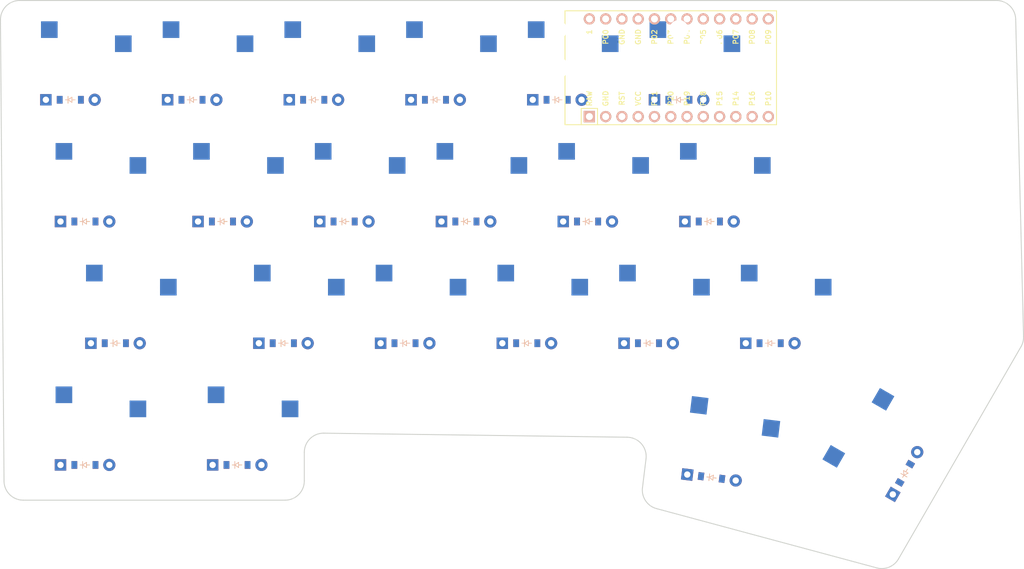
<source format=kicad_pcb>


(kicad_pcb (version 20171130) (host pcbnew 5.1.6)

  (page A3)
  (title_block
    (title "smth")
    (rev "v1.0.0")
    (company "Unknown")
  )

  (general
    (thickness 1.6)
  )

  (layers
    (0 F.Cu signal)
    (31 B.Cu signal)
    (32 B.Adhes user)
    (33 F.Adhes user)
    (34 B.Paste user)
    (35 F.Paste user)
    (36 B.SilkS user)
    (37 F.SilkS user)
    (38 B.Mask user)
    (39 F.Mask user)
    (40 Dwgs.User user)
    (41 Cmts.User user)
    (42 Eco1.User user)
    (43 Eco2.User user)
    (44 Edge.Cuts user)
    (45 Margin user)
    (46 B.CrtYd user)
    (47 F.CrtYd user)
    (48 B.Fab user)
    (49 F.Fab user)
  )

  (setup
    (last_trace_width 0.25)
    (trace_clearance 0.2)
    (zone_clearance 0.508)
    (zone_45_only no)
    (trace_min 0.2)
    (via_size 0.8)
    (via_drill 0.4)
    (via_min_size 0.4)
    (via_min_drill 0.3)
    (uvia_size 0.3)
    (uvia_drill 0.1)
    (uvias_allowed no)
    (uvia_min_size 0.2)
    (uvia_min_drill 0.1)
    (edge_width 0.05)
    (segment_width 0.2)
    (pcb_text_width 0.3)
    (pcb_text_size 1.5 1.5)
    (mod_edge_width 0.12)
    (mod_text_size 1 1)
    (mod_text_width 0.15)
    (pad_size 1.524 1.524)
    (pad_drill 0.762)
    (pad_to_mask_clearance 0.05)
    (aux_axis_origin 0 0)
    (visible_elements FFFFFF7F)
    (pcbplotparams
      (layerselection 0x010fc_ffffffff)
      (usegerberextensions false)
      (usegerberattributes true)
      (usegerberadvancedattributes true)
      (creategerberjobfile true)
      (excludeedgelayer true)
      (linewidth 0.100000)
      (plotframeref false)
      (viasonmask false)
      (mode 1)
      (useauxorigin false)
      (hpglpennumber 1)
      (hpglpenspeed 20)
      (hpglpendiameter 15.000000)
      (psnegative false)
      (psa4output false)
      (plotreference true)
      (plotvalue true)
      (plotinvisibletext false)
      (padsonsilk false)
      (subtractmaskfromsilk false)
      (outputformat 1)
      (mirror false)
      (drillshape 1)
      (scaleselection 1)
      (outputdirectory ""))
  )

  (net 0 "")
(net 1 "esc_default")
(net 2 "q_default")
(net 3 "w_default")
(net 4 "e_default")
(net 5 "r_default")
(net 6 "t_default")
(net 7 "tab_default")
(net 8 "a_default")
(net 9 "s_default")
(net 10 "d_default")
(net 11 "f_default")
(net 12 "g_default")
(net 13 "lshift_default")
(net 14 "z_default")
(net 15 "x_default")
(net 16 "c_default")
(net 17 "v_default")
(net 18 "b_default")
(net 19 "lctrl_default")
(net 20 "super_default")
(net 21 "lower_default")
(net 22 "space_default")
(net 23 "RAW")
(net 24 "GND")
(net 25 "RST")
(net 26 "VCC")
(net 27 "P21")
(net 28 "P20")
(net 29 "P19")
(net 30 "P18")
(net 31 "P15")
(net 32 "P14")
(net 33 "P16")
(net 34 "P10")
(net 35 "P1")
(net 36 "P0")
(net 37 "P2")
(net 38 "P3")
(net 39 "P4")
(net 40 "P5")
(net 41 "P6")
(net 42 "P7")
(net 43 "P8")
(net 44 "P9")

  (net_class Default "This is the default net class."
    (clearance 0.2)
    (trace_width 0.25)
    (via_dia 0.8)
    (via_drill 0.4)
    (uvia_dia 0.3)
    (uvia_drill 0.1)
    (add_net "")
(add_net "esc_default")
(add_net "q_default")
(add_net "w_default")
(add_net "e_default")
(add_net "r_default")
(add_net "t_default")
(add_net "tab_default")
(add_net "a_default")
(add_net "s_default")
(add_net "d_default")
(add_net "f_default")
(add_net "g_default")
(add_net "lshift_default")
(add_net "z_default")
(add_net "x_default")
(add_net "c_default")
(add_net "v_default")
(add_net "b_default")
(add_net "lctrl_default")
(add_net "super_default")
(add_net "lower_default")
(add_net "space_default")
(add_net "RAW")
(add_net "GND")
(add_net "RST")
(add_net "VCC")
(add_net "P21")
(add_net "P20")
(add_net "P19")
(add_net "P18")
(add_net "P15")
(add_net "P14")
(add_net "P16")
(add_net "P10")
(add_net "P1")
(add_net "P0")
(add_net "P2")
(add_net "P3")
(add_net "P4")
(add_net "P5")
(add_net "P6")
(add_net "P7")
(add_net "P8")
(add_net "P9")
  )

  
        
      (module PG1350 (layer F.Cu) (tedit 5DD50112)
      (at 109.5 100 0)

      
      (fp_text reference "S1" (at 0 0) (layer F.SilkS) hide (effects (font (size 1.27 1.27) (thickness 0.15))))
      (fp_text value "" (at 0 0) (layer F.SilkS) hide (effects (font (size 1.27 1.27) (thickness 0.15))))

      
      (fp_line (start -7 -6) (end -7 -7) (layer Dwgs.User) (width 0.15))
      (fp_line (start -7 7) (end -6 7) (layer Dwgs.User) (width 0.15))
      (fp_line (start -6 -7) (end -7 -7) (layer Dwgs.User) (width 0.15))
      (fp_line (start -7 7) (end -7 6) (layer Dwgs.User) (width 0.15))
      (fp_line (start 7 6) (end 7 7) (layer Dwgs.User) (width 0.15))
      (fp_line (start 7 -7) (end 6 -7) (layer Dwgs.User) (width 0.15))
      (fp_line (start 6 7) (end 7 7) (layer Dwgs.User) (width 0.15))
      (fp_line (start 7 -7) (end 7 -6) (layer Dwgs.User) (width 0.15))      
      
      
      (pad "" np_thru_hole circle (at 0 0) (size 3.429 3.429) (drill 3.429) (layers *.Cu *.Mask))
        
      
      (pad "" np_thru_hole circle (at 5.5 0) (size 1.7018 1.7018) (drill 1.7018) (layers *.Cu *.Mask))
      (pad "" np_thru_hole circle (at -5.5 0) (size 1.7018 1.7018) (drill 1.7018) (layers *.Cu *.Mask))
      
        
      
      (fp_line (start -9 -8.5) (end 9 -8.5) (layer Dwgs.User) (width 0.15))
      (fp_line (start 9 -8.5) (end 9 8.5) (layer Dwgs.User) (width 0.15))
      (fp_line (start 9 8.5) (end -9 8.5) (layer Dwgs.User) (width 0.15))
      (fp_line (start -9 8.5) (end -9 -8.5) (layer Dwgs.User) (width 0.15))
      
        
          
          (pad "" np_thru_hole circle (at 5 -3.75) (size 3 3) (drill 3) (layers *.Cu *.Mask))
          (pad "" np_thru_hole circle (at 0 -5.95) (size 3 3) (drill 3) (layers *.Cu *.Mask))
      
          
          (pad 1 smd rect (at -3.275 -5.95 0) (size 2.6 2.6) (layers B.Cu B.Paste B.Mask)  (net 0 ""))
          (pad 2 smd rect (at 8.275 -3.75 0) (size 2.6 2.6) (layers B.Cu B.Paste B.Mask)  (net 1 "esc_default"))
        )
        

        
      (module PG1350 (layer F.Cu) (tedit 5DD50112)
      (at 128.5 100 0)

      
      (fp_text reference "S2" (at 0 0) (layer F.SilkS) hide (effects (font (size 1.27 1.27) (thickness 0.15))))
      (fp_text value "" (at 0 0) (layer F.SilkS) hide (effects (font (size 1.27 1.27) (thickness 0.15))))

      
      (fp_line (start -7 -6) (end -7 -7) (layer Dwgs.User) (width 0.15))
      (fp_line (start -7 7) (end -6 7) (layer Dwgs.User) (width 0.15))
      (fp_line (start -6 -7) (end -7 -7) (layer Dwgs.User) (width 0.15))
      (fp_line (start -7 7) (end -7 6) (layer Dwgs.User) (width 0.15))
      (fp_line (start 7 6) (end 7 7) (layer Dwgs.User) (width 0.15))
      (fp_line (start 7 -7) (end 6 -7) (layer Dwgs.User) (width 0.15))
      (fp_line (start 6 7) (end 7 7) (layer Dwgs.User) (width 0.15))
      (fp_line (start 7 -7) (end 7 -6) (layer Dwgs.User) (width 0.15))      
      
      
      (pad "" np_thru_hole circle (at 0 0) (size 3.429 3.429) (drill 3.429) (layers *.Cu *.Mask))
        
      
      (pad "" np_thru_hole circle (at 5.5 0) (size 1.7018 1.7018) (drill 1.7018) (layers *.Cu *.Mask))
      (pad "" np_thru_hole circle (at -5.5 0) (size 1.7018 1.7018) (drill 1.7018) (layers *.Cu *.Mask))
      
        
      
      (fp_line (start -9 -8.5) (end 9 -8.5) (layer Dwgs.User) (width 0.15))
      (fp_line (start 9 -8.5) (end 9 8.5) (layer Dwgs.User) (width 0.15))
      (fp_line (start 9 8.5) (end -9 8.5) (layer Dwgs.User) (width 0.15))
      (fp_line (start -9 8.5) (end -9 -8.5) (layer Dwgs.User) (width 0.15))
      
        
          
          (pad "" np_thru_hole circle (at 5 -3.75) (size 3 3) (drill 3) (layers *.Cu *.Mask))
          (pad "" np_thru_hole circle (at 0 -5.95) (size 3 3) (drill 3) (layers *.Cu *.Mask))
      
          
          (pad 1 smd rect (at -3.275 -5.95 0) (size 2.6 2.6) (layers B.Cu B.Paste B.Mask)  (net 0 ""))
          (pad 2 smd rect (at 8.275 -3.75 0) (size 2.6 2.6) (layers B.Cu B.Paste B.Mask)  (net 2 "q_default"))
        )
        

        
      (module PG1350 (layer F.Cu) (tedit 5DD50112)
      (at 147.5 100 0)

      
      (fp_text reference "S3" (at 0 0) (layer F.SilkS) hide (effects (font (size 1.27 1.27) (thickness 0.15))))
      (fp_text value "" (at 0 0) (layer F.SilkS) hide (effects (font (size 1.27 1.27) (thickness 0.15))))

      
      (fp_line (start -7 -6) (end -7 -7) (layer Dwgs.User) (width 0.15))
      (fp_line (start -7 7) (end -6 7) (layer Dwgs.User) (width 0.15))
      (fp_line (start -6 -7) (end -7 -7) (layer Dwgs.User) (width 0.15))
      (fp_line (start -7 7) (end -7 6) (layer Dwgs.User) (width 0.15))
      (fp_line (start 7 6) (end 7 7) (layer Dwgs.User) (width 0.15))
      (fp_line (start 7 -7) (end 6 -7) (layer Dwgs.User) (width 0.15))
      (fp_line (start 6 7) (end 7 7) (layer Dwgs.User) (width 0.15))
      (fp_line (start 7 -7) (end 7 -6) (layer Dwgs.User) (width 0.15))      
      
      
      (pad "" np_thru_hole circle (at 0 0) (size 3.429 3.429) (drill 3.429) (layers *.Cu *.Mask))
        
      
      (pad "" np_thru_hole circle (at 5.5 0) (size 1.7018 1.7018) (drill 1.7018) (layers *.Cu *.Mask))
      (pad "" np_thru_hole circle (at -5.5 0) (size 1.7018 1.7018) (drill 1.7018) (layers *.Cu *.Mask))
      
        
      
      (fp_line (start -9 -8.5) (end 9 -8.5) (layer Dwgs.User) (width 0.15))
      (fp_line (start 9 -8.5) (end 9 8.5) (layer Dwgs.User) (width 0.15))
      (fp_line (start 9 8.5) (end -9 8.5) (layer Dwgs.User) (width 0.15))
      (fp_line (start -9 8.5) (end -9 -8.5) (layer Dwgs.User) (width 0.15))
      
        
          
          (pad "" np_thru_hole circle (at 5 -3.75) (size 3 3) (drill 3) (layers *.Cu *.Mask))
          (pad "" np_thru_hole circle (at 0 -5.95) (size 3 3) (drill 3) (layers *.Cu *.Mask))
      
          
          (pad 1 smd rect (at -3.275 -5.95 0) (size 2.6 2.6) (layers B.Cu B.Paste B.Mask)  (net 0 ""))
          (pad 2 smd rect (at 8.275 -3.75 0) (size 2.6 2.6) (layers B.Cu B.Paste B.Mask)  (net 3 "w_default"))
        )
        

        
      (module PG1350 (layer F.Cu) (tedit 5DD50112)
      (at 166.5 100 0)

      
      (fp_text reference "S4" (at 0 0) (layer F.SilkS) hide (effects (font (size 1.27 1.27) (thickness 0.15))))
      (fp_text value "" (at 0 0) (layer F.SilkS) hide (effects (font (size 1.27 1.27) (thickness 0.15))))

      
      (fp_line (start -7 -6) (end -7 -7) (layer Dwgs.User) (width 0.15))
      (fp_line (start -7 7) (end -6 7) (layer Dwgs.User) (width 0.15))
      (fp_line (start -6 -7) (end -7 -7) (layer Dwgs.User) (width 0.15))
      (fp_line (start -7 7) (end -7 6) (layer Dwgs.User) (width 0.15))
      (fp_line (start 7 6) (end 7 7) (layer Dwgs.User) (width 0.15))
      (fp_line (start 7 -7) (end 6 -7) (layer Dwgs.User) (width 0.15))
      (fp_line (start 6 7) (end 7 7) (layer Dwgs.User) (width 0.15))
      (fp_line (start 7 -7) (end 7 -6) (layer Dwgs.User) (width 0.15))      
      
      
      (pad "" np_thru_hole circle (at 0 0) (size 3.429 3.429) (drill 3.429) (layers *.Cu *.Mask))
        
      
      (pad "" np_thru_hole circle (at 5.5 0) (size 1.7018 1.7018) (drill 1.7018) (layers *.Cu *.Mask))
      (pad "" np_thru_hole circle (at -5.5 0) (size 1.7018 1.7018) (drill 1.7018) (layers *.Cu *.Mask))
      
        
      
      (fp_line (start -9 -8.5) (end 9 -8.5) (layer Dwgs.User) (width 0.15))
      (fp_line (start 9 -8.5) (end 9 8.5) (layer Dwgs.User) (width 0.15))
      (fp_line (start 9 8.5) (end -9 8.5) (layer Dwgs.User) (width 0.15))
      (fp_line (start -9 8.5) (end -9 -8.5) (layer Dwgs.User) (width 0.15))
      
        
          
          (pad "" np_thru_hole circle (at 5 -3.75) (size 3 3) (drill 3) (layers *.Cu *.Mask))
          (pad "" np_thru_hole circle (at 0 -5.95) (size 3 3) (drill 3) (layers *.Cu *.Mask))
      
          
          (pad 1 smd rect (at -3.275 -5.95 0) (size 2.6 2.6) (layers B.Cu B.Paste B.Mask)  (net 0 ""))
          (pad 2 smd rect (at 8.275 -3.75 0) (size 2.6 2.6) (layers B.Cu B.Paste B.Mask)  (net 4 "e_default"))
        )
        

        
      (module PG1350 (layer F.Cu) (tedit 5DD50112)
      (at 185.5 100 0)

      
      (fp_text reference "S5" (at 0 0) (layer F.SilkS) hide (effects (font (size 1.27 1.27) (thickness 0.15))))
      (fp_text value "" (at 0 0) (layer F.SilkS) hide (effects (font (size 1.27 1.27) (thickness 0.15))))

      
      (fp_line (start -7 -6) (end -7 -7) (layer Dwgs.User) (width 0.15))
      (fp_line (start -7 7) (end -6 7) (layer Dwgs.User) (width 0.15))
      (fp_line (start -6 -7) (end -7 -7) (layer Dwgs.User) (width 0.15))
      (fp_line (start -7 7) (end -7 6) (layer Dwgs.User) (width 0.15))
      (fp_line (start 7 6) (end 7 7) (layer Dwgs.User) (width 0.15))
      (fp_line (start 7 -7) (end 6 -7) (layer Dwgs.User) (width 0.15))
      (fp_line (start 6 7) (end 7 7) (layer Dwgs.User) (width 0.15))
      (fp_line (start 7 -7) (end 7 -6) (layer Dwgs.User) (width 0.15))      
      
      
      (pad "" np_thru_hole circle (at 0 0) (size 3.429 3.429) (drill 3.429) (layers *.Cu *.Mask))
        
      
      (pad "" np_thru_hole circle (at 5.5 0) (size 1.7018 1.7018) (drill 1.7018) (layers *.Cu *.Mask))
      (pad "" np_thru_hole circle (at -5.5 0) (size 1.7018 1.7018) (drill 1.7018) (layers *.Cu *.Mask))
      
        
      
      (fp_line (start -9 -8.5) (end 9 -8.5) (layer Dwgs.User) (width 0.15))
      (fp_line (start 9 -8.5) (end 9 8.5) (layer Dwgs.User) (width 0.15))
      (fp_line (start 9 8.5) (end -9 8.5) (layer Dwgs.User) (width 0.15))
      (fp_line (start -9 8.5) (end -9 -8.5) (layer Dwgs.User) (width 0.15))
      
        
          
          (pad "" np_thru_hole circle (at 5 -3.75) (size 3 3) (drill 3) (layers *.Cu *.Mask))
          (pad "" np_thru_hole circle (at 0 -5.95) (size 3 3) (drill 3) (layers *.Cu *.Mask))
      
          
          (pad 1 smd rect (at -3.275 -5.95 0) (size 2.6 2.6) (layers B.Cu B.Paste B.Mask)  (net 0 ""))
          (pad 2 smd rect (at 8.275 -3.75 0) (size 2.6 2.6) (layers B.Cu B.Paste B.Mask)  (net 5 "r_default"))
        )
        

        
      (module PG1350 (layer F.Cu) (tedit 5DD50112)
      (at 204.5 100 0)

      
      (fp_text reference "S6" (at 0 0) (layer F.SilkS) hide (effects (font (size 1.27 1.27) (thickness 0.15))))
      (fp_text value "" (at 0 0) (layer F.SilkS) hide (effects (font (size 1.27 1.27) (thickness 0.15))))

      
      (fp_line (start -7 -6) (end -7 -7) (layer Dwgs.User) (width 0.15))
      (fp_line (start -7 7) (end -6 7) (layer Dwgs.User) (width 0.15))
      (fp_line (start -6 -7) (end -7 -7) (layer Dwgs.User) (width 0.15))
      (fp_line (start -7 7) (end -7 6) (layer Dwgs.User) (width 0.15))
      (fp_line (start 7 6) (end 7 7) (layer Dwgs.User) (width 0.15))
      (fp_line (start 7 -7) (end 6 -7) (layer Dwgs.User) (width 0.15))
      (fp_line (start 6 7) (end 7 7) (layer Dwgs.User) (width 0.15))
      (fp_line (start 7 -7) (end 7 -6) (layer Dwgs.User) (width 0.15))      
      
      
      (pad "" np_thru_hole circle (at 0 0) (size 3.429 3.429) (drill 3.429) (layers *.Cu *.Mask))
        
      
      (pad "" np_thru_hole circle (at 5.5 0) (size 1.7018 1.7018) (drill 1.7018) (layers *.Cu *.Mask))
      (pad "" np_thru_hole circle (at -5.5 0) (size 1.7018 1.7018) (drill 1.7018) (layers *.Cu *.Mask))
      
        
      
      (fp_line (start -9 -8.5) (end 9 -8.5) (layer Dwgs.User) (width 0.15))
      (fp_line (start 9 -8.5) (end 9 8.5) (layer Dwgs.User) (width 0.15))
      (fp_line (start 9 8.5) (end -9 8.5) (layer Dwgs.User) (width 0.15))
      (fp_line (start -9 8.5) (end -9 -8.5) (layer Dwgs.User) (width 0.15))
      
        
          
          (pad "" np_thru_hole circle (at 5 -3.75) (size 3 3) (drill 3) (layers *.Cu *.Mask))
          (pad "" np_thru_hole circle (at 0 -5.95) (size 3 3) (drill 3) (layers *.Cu *.Mask))
      
          
          (pad 1 smd rect (at -3.275 -5.95 0) (size 2.6 2.6) (layers B.Cu B.Paste B.Mask)  (net 0 ""))
          (pad 2 smd rect (at 8.275 -3.75 0) (size 2.6 2.6) (layers B.Cu B.Paste B.Mask)  (net 6 "t_default"))
        )
        

        
      (module PG1350 (layer F.Cu) (tedit 5DD50112)
      (at 111.78 119 0)

      
      (fp_text reference "S7" (at 0 0) (layer F.SilkS) hide (effects (font (size 1.27 1.27) (thickness 0.15))))
      (fp_text value "" (at 0 0) (layer F.SilkS) hide (effects (font (size 1.27 1.27) (thickness 0.15))))

      
      (fp_line (start -7 -6) (end -7 -7) (layer Dwgs.User) (width 0.15))
      (fp_line (start -7 7) (end -6 7) (layer Dwgs.User) (width 0.15))
      (fp_line (start -6 -7) (end -7 -7) (layer Dwgs.User) (width 0.15))
      (fp_line (start -7 7) (end -7 6) (layer Dwgs.User) (width 0.15))
      (fp_line (start 7 6) (end 7 7) (layer Dwgs.User) (width 0.15))
      (fp_line (start 7 -7) (end 6 -7) (layer Dwgs.User) (width 0.15))
      (fp_line (start 6 7) (end 7 7) (layer Dwgs.User) (width 0.15))
      (fp_line (start 7 -7) (end 7 -6) (layer Dwgs.User) (width 0.15))      
      
      
      (pad "" np_thru_hole circle (at 0 0) (size 3.429 3.429) (drill 3.429) (layers *.Cu *.Mask))
        
      
      (pad "" np_thru_hole circle (at 5.5 0) (size 1.7018 1.7018) (drill 1.7018) (layers *.Cu *.Mask))
      (pad "" np_thru_hole circle (at -5.5 0) (size 1.7018 1.7018) (drill 1.7018) (layers *.Cu *.Mask))
      
        
      
      (fp_line (start -9 -8.5) (end 9 -8.5) (layer Dwgs.User) (width 0.15))
      (fp_line (start 9 -8.5) (end 9 8.5) (layer Dwgs.User) (width 0.15))
      (fp_line (start 9 8.5) (end -9 8.5) (layer Dwgs.User) (width 0.15))
      (fp_line (start -9 8.5) (end -9 -8.5) (layer Dwgs.User) (width 0.15))
      
        
          
          (pad "" np_thru_hole circle (at 5 -3.75) (size 3 3) (drill 3) (layers *.Cu *.Mask))
          (pad "" np_thru_hole circle (at 0 -5.95) (size 3 3) (drill 3) (layers *.Cu *.Mask))
      
          
          (pad 1 smd rect (at -3.275 -5.95 0) (size 2.6 2.6) (layers B.Cu B.Paste B.Mask)  (net 0 ""))
          (pad 2 smd rect (at 8.275 -3.75 0) (size 2.6 2.6) (layers B.Cu B.Paste B.Mask)  (net 7 "tab_default"))
        )
        

        
      (module PG1350 (layer F.Cu) (tedit 5DD50112)
      (at 133.25 119 0)

      
      (fp_text reference "S8" (at 0 0) (layer F.SilkS) hide (effects (font (size 1.27 1.27) (thickness 0.15))))
      (fp_text value "" (at 0 0) (layer F.SilkS) hide (effects (font (size 1.27 1.27) (thickness 0.15))))

      
      (fp_line (start -7 -6) (end -7 -7) (layer Dwgs.User) (width 0.15))
      (fp_line (start -7 7) (end -6 7) (layer Dwgs.User) (width 0.15))
      (fp_line (start -6 -7) (end -7 -7) (layer Dwgs.User) (width 0.15))
      (fp_line (start -7 7) (end -7 6) (layer Dwgs.User) (width 0.15))
      (fp_line (start 7 6) (end 7 7) (layer Dwgs.User) (width 0.15))
      (fp_line (start 7 -7) (end 6 -7) (layer Dwgs.User) (width 0.15))
      (fp_line (start 6 7) (end 7 7) (layer Dwgs.User) (width 0.15))
      (fp_line (start 7 -7) (end 7 -6) (layer Dwgs.User) (width 0.15))      
      
      
      (pad "" np_thru_hole circle (at 0 0) (size 3.429 3.429) (drill 3.429) (layers *.Cu *.Mask))
        
      
      (pad "" np_thru_hole circle (at 5.5 0) (size 1.7018 1.7018) (drill 1.7018) (layers *.Cu *.Mask))
      (pad "" np_thru_hole circle (at -5.5 0) (size 1.7018 1.7018) (drill 1.7018) (layers *.Cu *.Mask))
      
        
      
      (fp_line (start -9 -8.5) (end 9 -8.5) (layer Dwgs.User) (width 0.15))
      (fp_line (start 9 -8.5) (end 9 8.5) (layer Dwgs.User) (width 0.15))
      (fp_line (start 9 8.5) (end -9 8.5) (layer Dwgs.User) (width 0.15))
      (fp_line (start -9 8.5) (end -9 -8.5) (layer Dwgs.User) (width 0.15))
      
        
          
          (pad "" np_thru_hole circle (at 5 -3.75) (size 3 3) (drill 3) (layers *.Cu *.Mask))
          (pad "" np_thru_hole circle (at 0 -5.95) (size 3 3) (drill 3) (layers *.Cu *.Mask))
      
          
          (pad 1 smd rect (at -3.275 -5.95 0) (size 2.6 2.6) (layers B.Cu B.Paste B.Mask)  (net 0 ""))
          (pad 2 smd rect (at 8.275 -3.75 0) (size 2.6 2.6) (layers B.Cu B.Paste B.Mask)  (net 8 "a_default"))
        )
        

        
      (module PG1350 (layer F.Cu) (tedit 5DD50112)
      (at 152.25 119 0)

      
      (fp_text reference "S9" (at 0 0) (layer F.SilkS) hide (effects (font (size 1.27 1.27) (thickness 0.15))))
      (fp_text value "" (at 0 0) (layer F.SilkS) hide (effects (font (size 1.27 1.27) (thickness 0.15))))

      
      (fp_line (start -7 -6) (end -7 -7) (layer Dwgs.User) (width 0.15))
      (fp_line (start -7 7) (end -6 7) (layer Dwgs.User) (width 0.15))
      (fp_line (start -6 -7) (end -7 -7) (layer Dwgs.User) (width 0.15))
      (fp_line (start -7 7) (end -7 6) (layer Dwgs.User) (width 0.15))
      (fp_line (start 7 6) (end 7 7) (layer Dwgs.User) (width 0.15))
      (fp_line (start 7 -7) (end 6 -7) (layer Dwgs.User) (width 0.15))
      (fp_line (start 6 7) (end 7 7) (layer Dwgs.User) (width 0.15))
      (fp_line (start 7 -7) (end 7 -6) (layer Dwgs.User) (width 0.15))      
      
      
      (pad "" np_thru_hole circle (at 0 0) (size 3.429 3.429) (drill 3.429) (layers *.Cu *.Mask))
        
      
      (pad "" np_thru_hole circle (at 5.5 0) (size 1.7018 1.7018) (drill 1.7018) (layers *.Cu *.Mask))
      (pad "" np_thru_hole circle (at -5.5 0) (size 1.7018 1.7018) (drill 1.7018) (layers *.Cu *.Mask))
      
        
      
      (fp_line (start -9 -8.5) (end 9 -8.5) (layer Dwgs.User) (width 0.15))
      (fp_line (start 9 -8.5) (end 9 8.5) (layer Dwgs.User) (width 0.15))
      (fp_line (start 9 8.5) (end -9 8.5) (layer Dwgs.User) (width 0.15))
      (fp_line (start -9 8.5) (end -9 -8.5) (layer Dwgs.User) (width 0.15))
      
        
          
          (pad "" np_thru_hole circle (at 5 -3.75) (size 3 3) (drill 3) (layers *.Cu *.Mask))
          (pad "" np_thru_hole circle (at 0 -5.95) (size 3 3) (drill 3) (layers *.Cu *.Mask))
      
          
          (pad 1 smd rect (at -3.275 -5.95 0) (size 2.6 2.6) (layers B.Cu B.Paste B.Mask)  (net 0 ""))
          (pad 2 smd rect (at 8.275 -3.75 0) (size 2.6 2.6) (layers B.Cu B.Paste B.Mask)  (net 9 "s_default"))
        )
        

        
      (module PG1350 (layer F.Cu) (tedit 5DD50112)
      (at 171.25 119 0)

      
      (fp_text reference "S10" (at 0 0) (layer F.SilkS) hide (effects (font (size 1.27 1.27) (thickness 0.15))))
      (fp_text value "" (at 0 0) (layer F.SilkS) hide (effects (font (size 1.27 1.27) (thickness 0.15))))

      
      (fp_line (start -7 -6) (end -7 -7) (layer Dwgs.User) (width 0.15))
      (fp_line (start -7 7) (end -6 7) (layer Dwgs.User) (width 0.15))
      (fp_line (start -6 -7) (end -7 -7) (layer Dwgs.User) (width 0.15))
      (fp_line (start -7 7) (end -7 6) (layer Dwgs.User) (width 0.15))
      (fp_line (start 7 6) (end 7 7) (layer Dwgs.User) (width 0.15))
      (fp_line (start 7 -7) (end 6 -7) (layer Dwgs.User) (width 0.15))
      (fp_line (start 6 7) (end 7 7) (layer Dwgs.User) (width 0.15))
      (fp_line (start 7 -7) (end 7 -6) (layer Dwgs.User) (width 0.15))      
      
      
      (pad "" np_thru_hole circle (at 0 0) (size 3.429 3.429) (drill 3.429) (layers *.Cu *.Mask))
        
      
      (pad "" np_thru_hole circle (at 5.5 0) (size 1.7018 1.7018) (drill 1.7018) (layers *.Cu *.Mask))
      (pad "" np_thru_hole circle (at -5.5 0) (size 1.7018 1.7018) (drill 1.7018) (layers *.Cu *.Mask))
      
        
      
      (fp_line (start -9 -8.5) (end 9 -8.5) (layer Dwgs.User) (width 0.15))
      (fp_line (start 9 -8.5) (end 9 8.5) (layer Dwgs.User) (width 0.15))
      (fp_line (start 9 8.5) (end -9 8.5) (layer Dwgs.User) (width 0.15))
      (fp_line (start -9 8.5) (end -9 -8.5) (layer Dwgs.User) (width 0.15))
      
        
          
          (pad "" np_thru_hole circle (at 5 -3.75) (size 3 3) (drill 3) (layers *.Cu *.Mask))
          (pad "" np_thru_hole circle (at 0 -5.95) (size 3 3) (drill 3) (layers *.Cu *.Mask))
      
          
          (pad 1 smd rect (at -3.275 -5.95 0) (size 2.6 2.6) (layers B.Cu B.Paste B.Mask)  (net 0 ""))
          (pad 2 smd rect (at 8.275 -3.75 0) (size 2.6 2.6) (layers B.Cu B.Paste B.Mask)  (net 10 "d_default"))
        )
        

        
      (module PG1350 (layer F.Cu) (tedit 5DD50112)
      (at 190.25 119 0)

      
      (fp_text reference "S11" (at 0 0) (layer F.SilkS) hide (effects (font (size 1.27 1.27) (thickness 0.15))))
      (fp_text value "" (at 0 0) (layer F.SilkS) hide (effects (font (size 1.27 1.27) (thickness 0.15))))

      
      (fp_line (start -7 -6) (end -7 -7) (layer Dwgs.User) (width 0.15))
      (fp_line (start -7 7) (end -6 7) (layer Dwgs.User) (width 0.15))
      (fp_line (start -6 -7) (end -7 -7) (layer Dwgs.User) (width 0.15))
      (fp_line (start -7 7) (end -7 6) (layer Dwgs.User) (width 0.15))
      (fp_line (start 7 6) (end 7 7) (layer Dwgs.User) (width 0.15))
      (fp_line (start 7 -7) (end 6 -7) (layer Dwgs.User) (width 0.15))
      (fp_line (start 6 7) (end 7 7) (layer Dwgs.User) (width 0.15))
      (fp_line (start 7 -7) (end 7 -6) (layer Dwgs.User) (width 0.15))      
      
      
      (pad "" np_thru_hole circle (at 0 0) (size 3.429 3.429) (drill 3.429) (layers *.Cu *.Mask))
        
      
      (pad "" np_thru_hole circle (at 5.5 0) (size 1.7018 1.7018) (drill 1.7018) (layers *.Cu *.Mask))
      (pad "" np_thru_hole circle (at -5.5 0) (size 1.7018 1.7018) (drill 1.7018) (layers *.Cu *.Mask))
      
        
      
      (fp_line (start -9 -8.5) (end 9 -8.5) (layer Dwgs.User) (width 0.15))
      (fp_line (start 9 -8.5) (end 9 8.5) (layer Dwgs.User) (width 0.15))
      (fp_line (start 9 8.5) (end -9 8.5) (layer Dwgs.User) (width 0.15))
      (fp_line (start -9 8.5) (end -9 -8.5) (layer Dwgs.User) (width 0.15))
      
        
          
          (pad "" np_thru_hole circle (at 5 -3.75) (size 3 3) (drill 3) (layers *.Cu *.Mask))
          (pad "" np_thru_hole circle (at 0 -5.95) (size 3 3) (drill 3) (layers *.Cu *.Mask))
      
          
          (pad 1 smd rect (at -3.275 -5.95 0) (size 2.6 2.6) (layers B.Cu B.Paste B.Mask)  (net 0 ""))
          (pad 2 smd rect (at 8.275 -3.75 0) (size 2.6 2.6) (layers B.Cu B.Paste B.Mask)  (net 11 "f_default"))
        )
        

        
      (module PG1350 (layer F.Cu) (tedit 5DD50112)
      (at 209.25 119 0)

      
      (fp_text reference "S12" (at 0 0) (layer F.SilkS) hide (effects (font (size 1.27 1.27) (thickness 0.15))))
      (fp_text value "" (at 0 0) (layer F.SilkS) hide (effects (font (size 1.27 1.27) (thickness 0.15))))

      
      (fp_line (start -7 -6) (end -7 -7) (layer Dwgs.User) (width 0.15))
      (fp_line (start -7 7) (end -6 7) (layer Dwgs.User) (width 0.15))
      (fp_line (start -6 -7) (end -7 -7) (layer Dwgs.User) (width 0.15))
      (fp_line (start -7 7) (end -7 6) (layer Dwgs.User) (width 0.15))
      (fp_line (start 7 6) (end 7 7) (layer Dwgs.User) (width 0.15))
      (fp_line (start 7 -7) (end 6 -7) (layer Dwgs.User) (width 0.15))
      (fp_line (start 6 7) (end 7 7) (layer Dwgs.User) (width 0.15))
      (fp_line (start 7 -7) (end 7 -6) (layer Dwgs.User) (width 0.15))      
      
      
      (pad "" np_thru_hole circle (at 0 0) (size 3.429 3.429) (drill 3.429) (layers *.Cu *.Mask))
        
      
      (pad "" np_thru_hole circle (at 5.5 0) (size 1.7018 1.7018) (drill 1.7018) (layers *.Cu *.Mask))
      (pad "" np_thru_hole circle (at -5.5 0) (size 1.7018 1.7018) (drill 1.7018) (layers *.Cu *.Mask))
      
        
      
      (fp_line (start -9 -8.5) (end 9 -8.5) (layer Dwgs.User) (width 0.15))
      (fp_line (start 9 -8.5) (end 9 8.5) (layer Dwgs.User) (width 0.15))
      (fp_line (start 9 8.5) (end -9 8.5) (layer Dwgs.User) (width 0.15))
      (fp_line (start -9 8.5) (end -9 -8.5) (layer Dwgs.User) (width 0.15))
      
        
          
          (pad "" np_thru_hole circle (at 5 -3.75) (size 3 3) (drill 3) (layers *.Cu *.Mask))
          (pad "" np_thru_hole circle (at 0 -5.95) (size 3 3) (drill 3) (layers *.Cu *.Mask))
      
          
          (pad 1 smd rect (at -3.275 -5.95 0) (size 2.6 2.6) (layers B.Cu B.Paste B.Mask)  (net 0 ""))
          (pad 2 smd rect (at 8.275 -3.75 0) (size 2.6 2.6) (layers B.Cu B.Paste B.Mask)  (net 12 "g_default"))
        )
        

        
      (module PG1350 (layer F.Cu) (tedit 5DD50112)
      (at 116.53 138 0)

      
      (fp_text reference "S13" (at 0 0) (layer F.SilkS) hide (effects (font (size 1.27 1.27) (thickness 0.15))))
      (fp_text value "" (at 0 0) (layer F.SilkS) hide (effects (font (size 1.27 1.27) (thickness 0.15))))

      
      (fp_line (start -7 -6) (end -7 -7) (layer Dwgs.User) (width 0.15))
      (fp_line (start -7 7) (end -6 7) (layer Dwgs.User) (width 0.15))
      (fp_line (start -6 -7) (end -7 -7) (layer Dwgs.User) (width 0.15))
      (fp_line (start -7 7) (end -7 6) (layer Dwgs.User) (width 0.15))
      (fp_line (start 7 6) (end 7 7) (layer Dwgs.User) (width 0.15))
      (fp_line (start 7 -7) (end 6 -7) (layer Dwgs.User) (width 0.15))
      (fp_line (start 6 7) (end 7 7) (layer Dwgs.User) (width 0.15))
      (fp_line (start 7 -7) (end 7 -6) (layer Dwgs.User) (width 0.15))      
      
      
      (pad "" np_thru_hole circle (at 0 0) (size 3.429 3.429) (drill 3.429) (layers *.Cu *.Mask))
        
      
      (pad "" np_thru_hole circle (at 5.5 0) (size 1.7018 1.7018) (drill 1.7018) (layers *.Cu *.Mask))
      (pad "" np_thru_hole circle (at -5.5 0) (size 1.7018 1.7018) (drill 1.7018) (layers *.Cu *.Mask))
      
        
      
      (fp_line (start -9 -8.5) (end 9 -8.5) (layer Dwgs.User) (width 0.15))
      (fp_line (start 9 -8.5) (end 9 8.5) (layer Dwgs.User) (width 0.15))
      (fp_line (start 9 8.5) (end -9 8.5) (layer Dwgs.User) (width 0.15))
      (fp_line (start -9 8.5) (end -9 -8.5) (layer Dwgs.User) (width 0.15))
      
        
          
          (pad "" np_thru_hole circle (at 5 -3.75) (size 3 3) (drill 3) (layers *.Cu *.Mask))
          (pad "" np_thru_hole circle (at 0 -5.95) (size 3 3) (drill 3) (layers *.Cu *.Mask))
      
          
          (pad 1 smd rect (at -3.275 -5.95 0) (size 2.6 2.6) (layers B.Cu B.Paste B.Mask)  (net 0 ""))
          (pad 2 smd rect (at 8.275 -3.75 0) (size 2.6 2.6) (layers B.Cu B.Paste B.Mask)  (net 13 "lshift_default"))
        )
        

        
      (module PG1350 (layer F.Cu) (tedit 5DD50112)
      (at 142.75 138 0)

      
      (fp_text reference "S14" (at 0 0) (layer F.SilkS) hide (effects (font (size 1.27 1.27) (thickness 0.15))))
      (fp_text value "" (at 0 0) (layer F.SilkS) hide (effects (font (size 1.27 1.27) (thickness 0.15))))

      
      (fp_line (start -7 -6) (end -7 -7) (layer Dwgs.User) (width 0.15))
      (fp_line (start -7 7) (end -6 7) (layer Dwgs.User) (width 0.15))
      (fp_line (start -6 -7) (end -7 -7) (layer Dwgs.User) (width 0.15))
      (fp_line (start -7 7) (end -7 6) (layer Dwgs.User) (width 0.15))
      (fp_line (start 7 6) (end 7 7) (layer Dwgs.User) (width 0.15))
      (fp_line (start 7 -7) (end 6 -7) (layer Dwgs.User) (width 0.15))
      (fp_line (start 6 7) (end 7 7) (layer Dwgs.User) (width 0.15))
      (fp_line (start 7 -7) (end 7 -6) (layer Dwgs.User) (width 0.15))      
      
      
      (pad "" np_thru_hole circle (at 0 0) (size 3.429 3.429) (drill 3.429) (layers *.Cu *.Mask))
        
      
      (pad "" np_thru_hole circle (at 5.5 0) (size 1.7018 1.7018) (drill 1.7018) (layers *.Cu *.Mask))
      (pad "" np_thru_hole circle (at -5.5 0) (size 1.7018 1.7018) (drill 1.7018) (layers *.Cu *.Mask))
      
        
      
      (fp_line (start -9 -8.5) (end 9 -8.5) (layer Dwgs.User) (width 0.15))
      (fp_line (start 9 -8.5) (end 9 8.5) (layer Dwgs.User) (width 0.15))
      (fp_line (start 9 8.5) (end -9 8.5) (layer Dwgs.User) (width 0.15))
      (fp_line (start -9 8.5) (end -9 -8.5) (layer Dwgs.User) (width 0.15))
      
        
          
          (pad "" np_thru_hole circle (at 5 -3.75) (size 3 3) (drill 3) (layers *.Cu *.Mask))
          (pad "" np_thru_hole circle (at 0 -5.95) (size 3 3) (drill 3) (layers *.Cu *.Mask))
      
          
          (pad 1 smd rect (at -3.275 -5.95 0) (size 2.6 2.6) (layers B.Cu B.Paste B.Mask)  (net 0 ""))
          (pad 2 smd rect (at 8.275 -3.75 0) (size 2.6 2.6) (layers B.Cu B.Paste B.Mask)  (net 14 "z_default"))
        )
        

        
      (module PG1350 (layer F.Cu) (tedit 5DD50112)
      (at 161.75 138 0)

      
      (fp_text reference "S15" (at 0 0) (layer F.SilkS) hide (effects (font (size 1.27 1.27) (thickness 0.15))))
      (fp_text value "" (at 0 0) (layer F.SilkS) hide (effects (font (size 1.27 1.27) (thickness 0.15))))

      
      (fp_line (start -7 -6) (end -7 -7) (layer Dwgs.User) (width 0.15))
      (fp_line (start -7 7) (end -6 7) (layer Dwgs.User) (width 0.15))
      (fp_line (start -6 -7) (end -7 -7) (layer Dwgs.User) (width 0.15))
      (fp_line (start -7 7) (end -7 6) (layer Dwgs.User) (width 0.15))
      (fp_line (start 7 6) (end 7 7) (layer Dwgs.User) (width 0.15))
      (fp_line (start 7 -7) (end 6 -7) (layer Dwgs.User) (width 0.15))
      (fp_line (start 6 7) (end 7 7) (layer Dwgs.User) (width 0.15))
      (fp_line (start 7 -7) (end 7 -6) (layer Dwgs.User) (width 0.15))      
      
      
      (pad "" np_thru_hole circle (at 0 0) (size 3.429 3.429) (drill 3.429) (layers *.Cu *.Mask))
        
      
      (pad "" np_thru_hole circle (at 5.5 0) (size 1.7018 1.7018) (drill 1.7018) (layers *.Cu *.Mask))
      (pad "" np_thru_hole circle (at -5.5 0) (size 1.7018 1.7018) (drill 1.7018) (layers *.Cu *.Mask))
      
        
      
      (fp_line (start -9 -8.5) (end 9 -8.5) (layer Dwgs.User) (width 0.15))
      (fp_line (start 9 -8.5) (end 9 8.5) (layer Dwgs.User) (width 0.15))
      (fp_line (start 9 8.5) (end -9 8.5) (layer Dwgs.User) (width 0.15))
      (fp_line (start -9 8.5) (end -9 -8.5) (layer Dwgs.User) (width 0.15))
      
        
          
          (pad "" np_thru_hole circle (at 5 -3.75) (size 3 3) (drill 3) (layers *.Cu *.Mask))
          (pad "" np_thru_hole circle (at 0 -5.95) (size 3 3) (drill 3) (layers *.Cu *.Mask))
      
          
          (pad 1 smd rect (at -3.275 -5.95 0) (size 2.6 2.6) (layers B.Cu B.Paste B.Mask)  (net 0 ""))
          (pad 2 smd rect (at 8.275 -3.75 0) (size 2.6 2.6) (layers B.Cu B.Paste B.Mask)  (net 15 "x_default"))
        )
        

        
      (module PG1350 (layer F.Cu) (tedit 5DD50112)
      (at 180.75 138 0)

      
      (fp_text reference "S16" (at 0 0) (layer F.SilkS) hide (effects (font (size 1.27 1.27) (thickness 0.15))))
      (fp_text value "" (at 0 0) (layer F.SilkS) hide (effects (font (size 1.27 1.27) (thickness 0.15))))

      
      (fp_line (start -7 -6) (end -7 -7) (layer Dwgs.User) (width 0.15))
      (fp_line (start -7 7) (end -6 7) (layer Dwgs.User) (width 0.15))
      (fp_line (start -6 -7) (end -7 -7) (layer Dwgs.User) (width 0.15))
      (fp_line (start -7 7) (end -7 6) (layer Dwgs.User) (width 0.15))
      (fp_line (start 7 6) (end 7 7) (layer Dwgs.User) (width 0.15))
      (fp_line (start 7 -7) (end 6 -7) (layer Dwgs.User) (width 0.15))
      (fp_line (start 6 7) (end 7 7) (layer Dwgs.User) (width 0.15))
      (fp_line (start 7 -7) (end 7 -6) (layer Dwgs.User) (width 0.15))      
      
      
      (pad "" np_thru_hole circle (at 0 0) (size 3.429 3.429) (drill 3.429) (layers *.Cu *.Mask))
        
      
      (pad "" np_thru_hole circle (at 5.5 0) (size 1.7018 1.7018) (drill 1.7018) (layers *.Cu *.Mask))
      (pad "" np_thru_hole circle (at -5.5 0) (size 1.7018 1.7018) (drill 1.7018) (layers *.Cu *.Mask))
      
        
      
      (fp_line (start -9 -8.5) (end 9 -8.5) (layer Dwgs.User) (width 0.15))
      (fp_line (start 9 -8.5) (end 9 8.5) (layer Dwgs.User) (width 0.15))
      (fp_line (start 9 8.5) (end -9 8.5) (layer Dwgs.User) (width 0.15))
      (fp_line (start -9 8.5) (end -9 -8.5) (layer Dwgs.User) (width 0.15))
      
        
          
          (pad "" np_thru_hole circle (at 5 -3.75) (size 3 3) (drill 3) (layers *.Cu *.Mask))
          (pad "" np_thru_hole circle (at 0 -5.95) (size 3 3) (drill 3) (layers *.Cu *.Mask))
      
          
          (pad 1 smd rect (at -3.275 -5.95 0) (size 2.6 2.6) (layers B.Cu B.Paste B.Mask)  (net 0 ""))
          (pad 2 smd rect (at 8.275 -3.75 0) (size 2.6 2.6) (layers B.Cu B.Paste B.Mask)  (net 16 "c_default"))
        )
        

        
      (module PG1350 (layer F.Cu) (tedit 5DD50112)
      (at 199.75 138 0)

      
      (fp_text reference "S17" (at 0 0) (layer F.SilkS) hide (effects (font (size 1.27 1.27) (thickness 0.15))))
      (fp_text value "" (at 0 0) (layer F.SilkS) hide (effects (font (size 1.27 1.27) (thickness 0.15))))

      
      (fp_line (start -7 -6) (end -7 -7) (layer Dwgs.User) (width 0.15))
      (fp_line (start -7 7) (end -6 7) (layer Dwgs.User) (width 0.15))
      (fp_line (start -6 -7) (end -7 -7) (layer Dwgs.User) (width 0.15))
      (fp_line (start -7 7) (end -7 6) (layer Dwgs.User) (width 0.15))
      (fp_line (start 7 6) (end 7 7) (layer Dwgs.User) (width 0.15))
      (fp_line (start 7 -7) (end 6 -7) (layer Dwgs.User) (width 0.15))
      (fp_line (start 6 7) (end 7 7) (layer Dwgs.User) (width 0.15))
      (fp_line (start 7 -7) (end 7 -6) (layer Dwgs.User) (width 0.15))      
      
      
      (pad "" np_thru_hole circle (at 0 0) (size 3.429 3.429) (drill 3.429) (layers *.Cu *.Mask))
        
      
      (pad "" np_thru_hole circle (at 5.5 0) (size 1.7018 1.7018) (drill 1.7018) (layers *.Cu *.Mask))
      (pad "" np_thru_hole circle (at -5.5 0) (size 1.7018 1.7018) (drill 1.7018) (layers *.Cu *.Mask))
      
        
      
      (fp_line (start -9 -8.5) (end 9 -8.5) (layer Dwgs.User) (width 0.15))
      (fp_line (start 9 -8.5) (end 9 8.5) (layer Dwgs.User) (width 0.15))
      (fp_line (start 9 8.5) (end -9 8.5) (layer Dwgs.User) (width 0.15))
      (fp_line (start -9 8.5) (end -9 -8.5) (layer Dwgs.User) (width 0.15))
      
        
          
          (pad "" np_thru_hole circle (at 5 -3.75) (size 3 3) (drill 3) (layers *.Cu *.Mask))
          (pad "" np_thru_hole circle (at 0 -5.95) (size 3 3) (drill 3) (layers *.Cu *.Mask))
      
          
          (pad 1 smd rect (at -3.275 -5.95 0) (size 2.6 2.6) (layers B.Cu B.Paste B.Mask)  (net 0 ""))
          (pad 2 smd rect (at 8.275 -3.75 0) (size 2.6 2.6) (layers B.Cu B.Paste B.Mask)  (net 17 "v_default"))
        )
        

        
      (module PG1350 (layer F.Cu) (tedit 5DD50112)
      (at 218.75 138 0)

      
      (fp_text reference "S18" (at 0 0) (layer F.SilkS) hide (effects (font (size 1.27 1.27) (thickness 0.15))))
      (fp_text value "" (at 0 0) (layer F.SilkS) hide (effects (font (size 1.27 1.27) (thickness 0.15))))

      
      (fp_line (start -7 -6) (end -7 -7) (layer Dwgs.User) (width 0.15))
      (fp_line (start -7 7) (end -6 7) (layer Dwgs.User) (width 0.15))
      (fp_line (start -6 -7) (end -7 -7) (layer Dwgs.User) (width 0.15))
      (fp_line (start -7 7) (end -7 6) (layer Dwgs.User) (width 0.15))
      (fp_line (start 7 6) (end 7 7) (layer Dwgs.User) (width 0.15))
      (fp_line (start 7 -7) (end 6 -7) (layer Dwgs.User) (width 0.15))
      (fp_line (start 6 7) (end 7 7) (layer Dwgs.User) (width 0.15))
      (fp_line (start 7 -7) (end 7 -6) (layer Dwgs.User) (width 0.15))      
      
      
      (pad "" np_thru_hole circle (at 0 0) (size 3.429 3.429) (drill 3.429) (layers *.Cu *.Mask))
        
      
      (pad "" np_thru_hole circle (at 5.5 0) (size 1.7018 1.7018) (drill 1.7018) (layers *.Cu *.Mask))
      (pad "" np_thru_hole circle (at -5.5 0) (size 1.7018 1.7018) (drill 1.7018) (layers *.Cu *.Mask))
      
        
      
      (fp_line (start -9 -8.5) (end 9 -8.5) (layer Dwgs.User) (width 0.15))
      (fp_line (start 9 -8.5) (end 9 8.5) (layer Dwgs.User) (width 0.15))
      (fp_line (start 9 8.5) (end -9 8.5) (layer Dwgs.User) (width 0.15))
      (fp_line (start -9 8.5) (end -9 -8.5) (layer Dwgs.User) (width 0.15))
      
        
          
          (pad "" np_thru_hole circle (at 5 -3.75) (size 3 3) (drill 3) (layers *.Cu *.Mask))
          (pad "" np_thru_hole circle (at 0 -5.95) (size 3 3) (drill 3) (layers *.Cu *.Mask))
      
          
          (pad 1 smd rect (at -3.275 -5.95 0) (size 2.6 2.6) (layers B.Cu B.Paste B.Mask)  (net 0 ""))
          (pad 2 smd rect (at 8.275 -3.75 0) (size 2.6 2.6) (layers B.Cu B.Paste B.Mask)  (net 18 "b_default"))
        )
        

        
      (module PG1350 (layer F.Cu) (tedit 5DD50112)
      (at 111.78 157 0)

      
      (fp_text reference "S19" (at 0 0) (layer F.SilkS) hide (effects (font (size 1.27 1.27) (thickness 0.15))))
      (fp_text value "" (at 0 0) (layer F.SilkS) hide (effects (font (size 1.27 1.27) (thickness 0.15))))

      
      (fp_line (start -7 -6) (end -7 -7) (layer Dwgs.User) (width 0.15))
      (fp_line (start -7 7) (end -6 7) (layer Dwgs.User) (width 0.15))
      (fp_line (start -6 -7) (end -7 -7) (layer Dwgs.User) (width 0.15))
      (fp_line (start -7 7) (end -7 6) (layer Dwgs.User) (width 0.15))
      (fp_line (start 7 6) (end 7 7) (layer Dwgs.User) (width 0.15))
      (fp_line (start 7 -7) (end 6 -7) (layer Dwgs.User) (width 0.15))
      (fp_line (start 6 7) (end 7 7) (layer Dwgs.User) (width 0.15))
      (fp_line (start 7 -7) (end 7 -6) (layer Dwgs.User) (width 0.15))      
      
      
      (pad "" np_thru_hole circle (at 0 0) (size 3.429 3.429) (drill 3.429) (layers *.Cu *.Mask))
        
      
      (pad "" np_thru_hole circle (at 5.5 0) (size 1.7018 1.7018) (drill 1.7018) (layers *.Cu *.Mask))
      (pad "" np_thru_hole circle (at -5.5 0) (size 1.7018 1.7018) (drill 1.7018) (layers *.Cu *.Mask))
      
        
      
      (fp_line (start -9 -8.5) (end 9 -8.5) (layer Dwgs.User) (width 0.15))
      (fp_line (start 9 -8.5) (end 9 8.5) (layer Dwgs.User) (width 0.15))
      (fp_line (start 9 8.5) (end -9 8.5) (layer Dwgs.User) (width 0.15))
      (fp_line (start -9 8.5) (end -9 -8.5) (layer Dwgs.User) (width 0.15))
      
        
          
          (pad "" np_thru_hole circle (at 5 -3.75) (size 3 3) (drill 3) (layers *.Cu *.Mask))
          (pad "" np_thru_hole circle (at 0 -5.95) (size 3 3) (drill 3) (layers *.Cu *.Mask))
      
          
          (pad 1 smd rect (at -3.275 -5.95 0) (size 2.6 2.6) (layers B.Cu B.Paste B.Mask)  (net 0 ""))
          (pad 2 smd rect (at 8.275 -3.75 0) (size 2.6 2.6) (layers B.Cu B.Paste B.Mask)  (net 19 "lctrl_default"))
        )
        

        
      (module PG1350 (layer F.Cu) (tedit 5DD50112)
      (at 135.53 157 0)

      
      (fp_text reference "S20" (at 0 0) (layer F.SilkS) hide (effects (font (size 1.27 1.27) (thickness 0.15))))
      (fp_text value "" (at 0 0) (layer F.SilkS) hide (effects (font (size 1.27 1.27) (thickness 0.15))))

      
      (fp_line (start -7 -6) (end -7 -7) (layer Dwgs.User) (width 0.15))
      (fp_line (start -7 7) (end -6 7) (layer Dwgs.User) (width 0.15))
      (fp_line (start -6 -7) (end -7 -7) (layer Dwgs.User) (width 0.15))
      (fp_line (start -7 7) (end -7 6) (layer Dwgs.User) (width 0.15))
      (fp_line (start 7 6) (end 7 7) (layer Dwgs.User) (width 0.15))
      (fp_line (start 7 -7) (end 6 -7) (layer Dwgs.User) (width 0.15))
      (fp_line (start 6 7) (end 7 7) (layer Dwgs.User) (width 0.15))
      (fp_line (start 7 -7) (end 7 -6) (layer Dwgs.User) (width 0.15))      
      
      
      (pad "" np_thru_hole circle (at 0 0) (size 3.429 3.429) (drill 3.429) (layers *.Cu *.Mask))
        
      
      (pad "" np_thru_hole circle (at 5.5 0) (size 1.7018 1.7018) (drill 1.7018) (layers *.Cu *.Mask))
      (pad "" np_thru_hole circle (at -5.5 0) (size 1.7018 1.7018) (drill 1.7018) (layers *.Cu *.Mask))
      
        
      
      (fp_line (start -9 -8.5) (end 9 -8.5) (layer Dwgs.User) (width 0.15))
      (fp_line (start 9 -8.5) (end 9 8.5) (layer Dwgs.User) (width 0.15))
      (fp_line (start 9 8.5) (end -9 8.5) (layer Dwgs.User) (width 0.15))
      (fp_line (start -9 8.5) (end -9 -8.5) (layer Dwgs.User) (width 0.15))
      
        
          
          (pad "" np_thru_hole circle (at 5 -3.75) (size 3 3) (drill 3) (layers *.Cu *.Mask))
          (pad "" np_thru_hole circle (at 0 -5.95) (size 3 3) (drill 3) (layers *.Cu *.Mask))
      
          
          (pad 1 smd rect (at -3.275 -5.95 0) (size 2.6 2.6) (layers B.Cu B.Paste B.Mask)  (net 0 ""))
          (pad 2 smd rect (at 8.275 -3.75 0) (size 2.6 2.6) (layers B.Cu B.Paste B.Mask)  (net 20 "super_default"))
        )
        

        
      (module PG1350 (layer F.Cu) (tedit 5DD50112)
      (at 210.2 159 -7)

      
      (fp_text reference "S21" (at 0 0) (layer F.SilkS) hide (effects (font (size 1.27 1.27) (thickness 0.15))))
      (fp_text value "" (at 0 0) (layer F.SilkS) hide (effects (font (size 1.27 1.27) (thickness 0.15))))

      
      (fp_line (start -7 -6) (end -7 -7) (layer Dwgs.User) (width 0.15))
      (fp_line (start -7 7) (end -6 7) (layer Dwgs.User) (width 0.15))
      (fp_line (start -6 -7) (end -7 -7) (layer Dwgs.User) (width 0.15))
      (fp_line (start -7 7) (end -7 6) (layer Dwgs.User) (width 0.15))
      (fp_line (start 7 6) (end 7 7) (layer Dwgs.User) (width 0.15))
      (fp_line (start 7 -7) (end 6 -7) (layer Dwgs.User) (width 0.15))
      (fp_line (start 6 7) (end 7 7) (layer Dwgs.User) (width 0.15))
      (fp_line (start 7 -7) (end 7 -6) (layer Dwgs.User) (width 0.15))      
      
      
      (pad "" np_thru_hole circle (at 0 0) (size 3.429 3.429) (drill 3.429) (layers *.Cu *.Mask))
        
      
      (pad "" np_thru_hole circle (at 5.5 0) (size 1.7018 1.7018) (drill 1.7018) (layers *.Cu *.Mask))
      (pad "" np_thru_hole circle (at -5.5 0) (size 1.7018 1.7018) (drill 1.7018) (layers *.Cu *.Mask))
      
        
      
      (fp_line (start -9 -8.5) (end 9 -8.5) (layer Dwgs.User) (width 0.15))
      (fp_line (start 9 -8.5) (end 9 8.5) (layer Dwgs.User) (width 0.15))
      (fp_line (start 9 8.5) (end -9 8.5) (layer Dwgs.User) (width 0.15))
      (fp_line (start -9 8.5) (end -9 -8.5) (layer Dwgs.User) (width 0.15))
      
        
          
          (pad "" np_thru_hole circle (at 5 -3.75) (size 3 3) (drill 3) (layers *.Cu *.Mask))
          (pad "" np_thru_hole circle (at 0 -5.95) (size 3 3) (drill 3) (layers *.Cu *.Mask))
      
          
          (pad 1 smd rect (at -3.275 -5.95 -7) (size 2.6 2.6) (layers B.Cu B.Paste B.Mask)  (net 0 ""))
          (pad 2 smd rect (at 8.275 -3.75 -7) (size 2.6 2.6) (layers B.Cu B.Paste B.Mask)  (net 21 "lower_default"))
        )
        

        
      (module PG1350 (layer F.Cu) (tedit 5DD50112)
      (at 235.47 160.8 60)

      
      (fp_text reference "S22" (at 0 0) (layer F.SilkS) hide (effects (font (size 1.27 1.27) (thickness 0.15))))
      (fp_text value "" (at 0 0) (layer F.SilkS) hide (effects (font (size 1.27 1.27) (thickness 0.15))))

      
      (fp_line (start -7 -6) (end -7 -7) (layer Dwgs.User) (width 0.15))
      (fp_line (start -7 7) (end -6 7) (layer Dwgs.User) (width 0.15))
      (fp_line (start -6 -7) (end -7 -7) (layer Dwgs.User) (width 0.15))
      (fp_line (start -7 7) (end -7 6) (layer Dwgs.User) (width 0.15))
      (fp_line (start 7 6) (end 7 7) (layer Dwgs.User) (width 0.15))
      (fp_line (start 7 -7) (end 6 -7) (layer Dwgs.User) (width 0.15))
      (fp_line (start 6 7) (end 7 7) (layer Dwgs.User) (width 0.15))
      (fp_line (start 7 -7) (end 7 -6) (layer Dwgs.User) (width 0.15))      
      
      
      (pad "" np_thru_hole circle (at 0 0) (size 3.429 3.429) (drill 3.429) (layers *.Cu *.Mask))
        
      
      (pad "" np_thru_hole circle (at 5.5 0) (size 1.7018 1.7018) (drill 1.7018) (layers *.Cu *.Mask))
      (pad "" np_thru_hole circle (at -5.5 0) (size 1.7018 1.7018) (drill 1.7018) (layers *.Cu *.Mask))
      
        
      
      (fp_line (start -9 -8.5) (end 9 -8.5) (layer Dwgs.User) (width 0.15))
      (fp_line (start 9 -8.5) (end 9 8.5) (layer Dwgs.User) (width 0.15))
      (fp_line (start 9 8.5) (end -9 8.5) (layer Dwgs.User) (width 0.15))
      (fp_line (start -9 8.5) (end -9 -8.5) (layer Dwgs.User) (width 0.15))
      
        
          
          (pad "" np_thru_hole circle (at 5 -3.75) (size 3 3) (drill 3) (layers *.Cu *.Mask))
          (pad "" np_thru_hole circle (at 0 -5.95) (size 3 3) (drill 3) (layers *.Cu *.Mask))
      
          
          (pad 1 smd rect (at -3.275 -5.95 60) (size 2.6 2.6) (layers B.Cu B.Paste B.Mask)  (net 0 ""))
          (pad 2 smd rect (at 8.275 -3.75 60) (size 2.6 2.6) (layers B.Cu B.Paste B.Mask)  (net 22 "space_default"))
        )
        

  
    (module ComboDiode (layer F.Cu) (tedit 5B24D78E)


        (at 109.5 105 0)

        
        (fp_text reference "D1" (at 0 0) (layer F.SilkS) hide (effects (font (size 1.27 1.27) (thickness 0.15))))
        (fp_text value "" (at 0 0) (layer F.SilkS) hide (effects (font (size 1.27 1.27) (thickness 0.15))))
        
        
        (fp_line (start 0.25 0) (end 0.75 0) (layer F.SilkS) (width 0.1))
        (fp_line (start 0.25 0.4) (end -0.35 0) (layer F.SilkS) (width 0.1))
        (fp_line (start 0.25 -0.4) (end 0.25 0.4) (layer F.SilkS) (width 0.1))
        (fp_line (start -0.35 0) (end 0.25 -0.4) (layer F.SilkS) (width 0.1))
        (fp_line (start -0.35 0) (end -0.35 0.55) (layer F.SilkS) (width 0.1))
        (fp_line (start -0.35 0) (end -0.35 -0.55) (layer F.SilkS) (width 0.1))
        (fp_line (start -0.75 0) (end -0.35 0) (layer F.SilkS) (width 0.1))
        (fp_line (start 0.25 0) (end 0.75 0) (layer B.SilkS) (width 0.1))
        (fp_line (start 0.25 0.4) (end -0.35 0) (layer B.SilkS) (width 0.1))
        (fp_line (start 0.25 -0.4) (end 0.25 0.4) (layer B.SilkS) (width 0.1))
        (fp_line (start -0.35 0) (end 0.25 -0.4) (layer B.SilkS) (width 0.1))
        (fp_line (start -0.35 0) (end -0.35 0.55) (layer B.SilkS) (width 0.1))
        (fp_line (start -0.35 0) (end -0.35 -0.55) (layer B.SilkS) (width 0.1))
        (fp_line (start -0.75 0) (end -0.35 0) (layer B.SilkS) (width 0.1))
    
        
        (pad 1 smd rect (at -1.65 0 0) (size 0.9 1.2) (layers F.Cu F.Paste F.Mask) (net 0 ""))
        (pad 2 smd rect (at 1.65 0 0) (size 0.9 1.2) (layers B.Cu B.Paste B.Mask) (net 1 "esc_default"))
        (pad 1 smd rect (at -1.65 0 0) (size 0.9 1.2) (layers B.Cu B.Paste B.Mask) (net 0 ""))
        (pad 2 smd rect (at 1.65 0 0) (size 0.9 1.2) (layers F.Cu F.Paste F.Mask) (net 1 "esc_default"))
        
        
        (pad 1 thru_hole rect (at -3.81 0 0) (size 1.778 1.778) (drill 0.9906) (layers *.Cu *.Mask) (net 0 ""))
        (pad 2 thru_hole circle (at 3.81 0 0) (size 1.905 1.905) (drill 0.9906) (layers *.Cu *.Mask) (net 1 "esc_default"))
    )
  
    

  
    (module ComboDiode (layer F.Cu) (tedit 5B24D78E)


        (at 128.5 105 0)

        
        (fp_text reference "D2" (at 0 0) (layer F.SilkS) hide (effects (font (size 1.27 1.27) (thickness 0.15))))
        (fp_text value "" (at 0 0) (layer F.SilkS) hide (effects (font (size 1.27 1.27) (thickness 0.15))))
        
        
        (fp_line (start 0.25 0) (end 0.75 0) (layer F.SilkS) (width 0.1))
        (fp_line (start 0.25 0.4) (end -0.35 0) (layer F.SilkS) (width 0.1))
        (fp_line (start 0.25 -0.4) (end 0.25 0.4) (layer F.SilkS) (width 0.1))
        (fp_line (start -0.35 0) (end 0.25 -0.4) (layer F.SilkS) (width 0.1))
        (fp_line (start -0.35 0) (end -0.35 0.55) (layer F.SilkS) (width 0.1))
        (fp_line (start -0.35 0) (end -0.35 -0.55) (layer F.SilkS) (width 0.1))
        (fp_line (start -0.75 0) (end -0.35 0) (layer F.SilkS) (width 0.1))
        (fp_line (start 0.25 0) (end 0.75 0) (layer B.SilkS) (width 0.1))
        (fp_line (start 0.25 0.4) (end -0.35 0) (layer B.SilkS) (width 0.1))
        (fp_line (start 0.25 -0.4) (end 0.25 0.4) (layer B.SilkS) (width 0.1))
        (fp_line (start -0.35 0) (end 0.25 -0.4) (layer B.SilkS) (width 0.1))
        (fp_line (start -0.35 0) (end -0.35 0.55) (layer B.SilkS) (width 0.1))
        (fp_line (start -0.35 0) (end -0.35 -0.55) (layer B.SilkS) (width 0.1))
        (fp_line (start -0.75 0) (end -0.35 0) (layer B.SilkS) (width 0.1))
    
        
        (pad 1 smd rect (at -1.65 0 0) (size 0.9 1.2) (layers F.Cu F.Paste F.Mask) (net 0 ""))
        (pad 2 smd rect (at 1.65 0 0) (size 0.9 1.2) (layers B.Cu B.Paste B.Mask) (net 2 "q_default"))
        (pad 1 smd rect (at -1.65 0 0) (size 0.9 1.2) (layers B.Cu B.Paste B.Mask) (net 0 ""))
        (pad 2 smd rect (at 1.65 0 0) (size 0.9 1.2) (layers F.Cu F.Paste F.Mask) (net 2 "q_default"))
        
        
        (pad 1 thru_hole rect (at -3.81 0 0) (size 1.778 1.778) (drill 0.9906) (layers *.Cu *.Mask) (net 0 ""))
        (pad 2 thru_hole circle (at 3.81 0 0) (size 1.905 1.905) (drill 0.9906) (layers *.Cu *.Mask) (net 2 "q_default"))
    )
  
    

  
    (module ComboDiode (layer F.Cu) (tedit 5B24D78E)


        (at 147.5 105 0)

        
        (fp_text reference "D3" (at 0 0) (layer F.SilkS) hide (effects (font (size 1.27 1.27) (thickness 0.15))))
        (fp_text value "" (at 0 0) (layer F.SilkS) hide (effects (font (size 1.27 1.27) (thickness 0.15))))
        
        
        (fp_line (start 0.25 0) (end 0.75 0) (layer F.SilkS) (width 0.1))
        (fp_line (start 0.25 0.4) (end -0.35 0) (layer F.SilkS) (width 0.1))
        (fp_line (start 0.25 -0.4) (end 0.25 0.4) (layer F.SilkS) (width 0.1))
        (fp_line (start -0.35 0) (end 0.25 -0.4) (layer F.SilkS) (width 0.1))
        (fp_line (start -0.35 0) (end -0.35 0.55) (layer F.SilkS) (width 0.1))
        (fp_line (start -0.35 0) (end -0.35 -0.55) (layer F.SilkS) (width 0.1))
        (fp_line (start -0.75 0) (end -0.35 0) (layer F.SilkS) (width 0.1))
        (fp_line (start 0.25 0) (end 0.75 0) (layer B.SilkS) (width 0.1))
        (fp_line (start 0.25 0.4) (end -0.35 0) (layer B.SilkS) (width 0.1))
        (fp_line (start 0.25 -0.4) (end 0.25 0.4) (layer B.SilkS) (width 0.1))
        (fp_line (start -0.35 0) (end 0.25 -0.4) (layer B.SilkS) (width 0.1))
        (fp_line (start -0.35 0) (end -0.35 0.55) (layer B.SilkS) (width 0.1))
        (fp_line (start -0.35 0) (end -0.35 -0.55) (layer B.SilkS) (width 0.1))
        (fp_line (start -0.75 0) (end -0.35 0) (layer B.SilkS) (width 0.1))
    
        
        (pad 1 smd rect (at -1.65 0 0) (size 0.9 1.2) (layers F.Cu F.Paste F.Mask) (net 0 ""))
        (pad 2 smd rect (at 1.65 0 0) (size 0.9 1.2) (layers B.Cu B.Paste B.Mask) (net 3 "w_default"))
        (pad 1 smd rect (at -1.65 0 0) (size 0.9 1.2) (layers B.Cu B.Paste B.Mask) (net 0 ""))
        (pad 2 smd rect (at 1.65 0 0) (size 0.9 1.2) (layers F.Cu F.Paste F.Mask) (net 3 "w_default"))
        
        
        (pad 1 thru_hole rect (at -3.81 0 0) (size 1.778 1.778) (drill 0.9906) (layers *.Cu *.Mask) (net 0 ""))
        (pad 2 thru_hole circle (at 3.81 0 0) (size 1.905 1.905) (drill 0.9906) (layers *.Cu *.Mask) (net 3 "w_default"))
    )
  
    

  
    (module ComboDiode (layer F.Cu) (tedit 5B24D78E)


        (at 166.5 105 0)

        
        (fp_text reference "D4" (at 0 0) (layer F.SilkS) hide (effects (font (size 1.27 1.27) (thickness 0.15))))
        (fp_text value "" (at 0 0) (layer F.SilkS) hide (effects (font (size 1.27 1.27) (thickness 0.15))))
        
        
        (fp_line (start 0.25 0) (end 0.75 0) (layer F.SilkS) (width 0.1))
        (fp_line (start 0.25 0.4) (end -0.35 0) (layer F.SilkS) (width 0.1))
        (fp_line (start 0.25 -0.4) (end 0.25 0.4) (layer F.SilkS) (width 0.1))
        (fp_line (start -0.35 0) (end 0.25 -0.4) (layer F.SilkS) (width 0.1))
        (fp_line (start -0.35 0) (end -0.35 0.55) (layer F.SilkS) (width 0.1))
        (fp_line (start -0.35 0) (end -0.35 -0.55) (layer F.SilkS) (width 0.1))
        (fp_line (start -0.75 0) (end -0.35 0) (layer F.SilkS) (width 0.1))
        (fp_line (start 0.25 0) (end 0.75 0) (layer B.SilkS) (width 0.1))
        (fp_line (start 0.25 0.4) (end -0.35 0) (layer B.SilkS) (width 0.1))
        (fp_line (start 0.25 -0.4) (end 0.25 0.4) (layer B.SilkS) (width 0.1))
        (fp_line (start -0.35 0) (end 0.25 -0.4) (layer B.SilkS) (width 0.1))
        (fp_line (start -0.35 0) (end -0.35 0.55) (layer B.SilkS) (width 0.1))
        (fp_line (start -0.35 0) (end -0.35 -0.55) (layer B.SilkS) (width 0.1))
        (fp_line (start -0.75 0) (end -0.35 0) (layer B.SilkS) (width 0.1))
    
        
        (pad 1 smd rect (at -1.65 0 0) (size 0.9 1.2) (layers F.Cu F.Paste F.Mask) (net 0 ""))
        (pad 2 smd rect (at 1.65 0 0) (size 0.9 1.2) (layers B.Cu B.Paste B.Mask) (net 4 "e_default"))
        (pad 1 smd rect (at -1.65 0 0) (size 0.9 1.2) (layers B.Cu B.Paste B.Mask) (net 0 ""))
        (pad 2 smd rect (at 1.65 0 0) (size 0.9 1.2) (layers F.Cu F.Paste F.Mask) (net 4 "e_default"))
        
        
        (pad 1 thru_hole rect (at -3.81 0 0) (size 1.778 1.778) (drill 0.9906) (layers *.Cu *.Mask) (net 0 ""))
        (pad 2 thru_hole circle (at 3.81 0 0) (size 1.905 1.905) (drill 0.9906) (layers *.Cu *.Mask) (net 4 "e_default"))
    )
  
    

  
    (module ComboDiode (layer F.Cu) (tedit 5B24D78E)


        (at 185.5 105 0)

        
        (fp_text reference "D5" (at 0 0) (layer F.SilkS) hide (effects (font (size 1.27 1.27) (thickness 0.15))))
        (fp_text value "" (at 0 0) (layer F.SilkS) hide (effects (font (size 1.27 1.27) (thickness 0.15))))
        
        
        (fp_line (start 0.25 0) (end 0.75 0) (layer F.SilkS) (width 0.1))
        (fp_line (start 0.25 0.4) (end -0.35 0) (layer F.SilkS) (width 0.1))
        (fp_line (start 0.25 -0.4) (end 0.25 0.4) (layer F.SilkS) (width 0.1))
        (fp_line (start -0.35 0) (end 0.25 -0.4) (layer F.SilkS) (width 0.1))
        (fp_line (start -0.35 0) (end -0.35 0.55) (layer F.SilkS) (width 0.1))
        (fp_line (start -0.35 0) (end -0.35 -0.55) (layer F.SilkS) (width 0.1))
        (fp_line (start -0.75 0) (end -0.35 0) (layer F.SilkS) (width 0.1))
        (fp_line (start 0.25 0) (end 0.75 0) (layer B.SilkS) (width 0.1))
        (fp_line (start 0.25 0.4) (end -0.35 0) (layer B.SilkS) (width 0.1))
        (fp_line (start 0.25 -0.4) (end 0.25 0.4) (layer B.SilkS) (width 0.1))
        (fp_line (start -0.35 0) (end 0.25 -0.4) (layer B.SilkS) (width 0.1))
        (fp_line (start -0.35 0) (end -0.35 0.55) (layer B.SilkS) (width 0.1))
        (fp_line (start -0.35 0) (end -0.35 -0.55) (layer B.SilkS) (width 0.1))
        (fp_line (start -0.75 0) (end -0.35 0) (layer B.SilkS) (width 0.1))
    
        
        (pad 1 smd rect (at -1.65 0 0) (size 0.9 1.2) (layers F.Cu F.Paste F.Mask) (net 0 ""))
        (pad 2 smd rect (at 1.65 0 0) (size 0.9 1.2) (layers B.Cu B.Paste B.Mask) (net 5 "r_default"))
        (pad 1 smd rect (at -1.65 0 0) (size 0.9 1.2) (layers B.Cu B.Paste B.Mask) (net 0 ""))
        (pad 2 smd rect (at 1.65 0 0) (size 0.9 1.2) (layers F.Cu F.Paste F.Mask) (net 5 "r_default"))
        
        
        (pad 1 thru_hole rect (at -3.81 0 0) (size 1.778 1.778) (drill 0.9906) (layers *.Cu *.Mask) (net 0 ""))
        (pad 2 thru_hole circle (at 3.81 0 0) (size 1.905 1.905) (drill 0.9906) (layers *.Cu *.Mask) (net 5 "r_default"))
    )
  
    

  
    (module ComboDiode (layer F.Cu) (tedit 5B24D78E)


        (at 204.5 105 0)

        
        (fp_text reference "D6" (at 0 0) (layer F.SilkS) hide (effects (font (size 1.27 1.27) (thickness 0.15))))
        (fp_text value "" (at 0 0) (layer F.SilkS) hide (effects (font (size 1.27 1.27) (thickness 0.15))))
        
        
        (fp_line (start 0.25 0) (end 0.75 0) (layer F.SilkS) (width 0.1))
        (fp_line (start 0.25 0.4) (end -0.35 0) (layer F.SilkS) (width 0.1))
        (fp_line (start 0.25 -0.4) (end 0.25 0.4) (layer F.SilkS) (width 0.1))
        (fp_line (start -0.35 0) (end 0.25 -0.4) (layer F.SilkS) (width 0.1))
        (fp_line (start -0.35 0) (end -0.35 0.55) (layer F.SilkS) (width 0.1))
        (fp_line (start -0.35 0) (end -0.35 -0.55) (layer F.SilkS) (width 0.1))
        (fp_line (start -0.75 0) (end -0.35 0) (layer F.SilkS) (width 0.1))
        (fp_line (start 0.25 0) (end 0.75 0) (layer B.SilkS) (width 0.1))
        (fp_line (start 0.25 0.4) (end -0.35 0) (layer B.SilkS) (width 0.1))
        (fp_line (start 0.25 -0.4) (end 0.25 0.4) (layer B.SilkS) (width 0.1))
        (fp_line (start -0.35 0) (end 0.25 -0.4) (layer B.SilkS) (width 0.1))
        (fp_line (start -0.35 0) (end -0.35 0.55) (layer B.SilkS) (width 0.1))
        (fp_line (start -0.35 0) (end -0.35 -0.55) (layer B.SilkS) (width 0.1))
        (fp_line (start -0.75 0) (end -0.35 0) (layer B.SilkS) (width 0.1))
    
        
        (pad 1 smd rect (at -1.65 0 0) (size 0.9 1.2) (layers F.Cu F.Paste F.Mask) (net 0 ""))
        (pad 2 smd rect (at 1.65 0 0) (size 0.9 1.2) (layers B.Cu B.Paste B.Mask) (net 6 "t_default"))
        (pad 1 smd rect (at -1.65 0 0) (size 0.9 1.2) (layers B.Cu B.Paste B.Mask) (net 0 ""))
        (pad 2 smd rect (at 1.65 0 0) (size 0.9 1.2) (layers F.Cu F.Paste F.Mask) (net 6 "t_default"))
        
        
        (pad 1 thru_hole rect (at -3.81 0 0) (size 1.778 1.778) (drill 0.9906) (layers *.Cu *.Mask) (net 0 ""))
        (pad 2 thru_hole circle (at 3.81 0 0) (size 1.905 1.905) (drill 0.9906) (layers *.Cu *.Mask) (net 6 "t_default"))
    )
  
    

  
    (module ComboDiode (layer F.Cu) (tedit 5B24D78E)


        (at 111.78 124 0)

        
        (fp_text reference "D7" (at 0 0) (layer F.SilkS) hide (effects (font (size 1.27 1.27) (thickness 0.15))))
        (fp_text value "" (at 0 0) (layer F.SilkS) hide (effects (font (size 1.27 1.27) (thickness 0.15))))
        
        
        (fp_line (start 0.25 0) (end 0.75 0) (layer F.SilkS) (width 0.1))
        (fp_line (start 0.25 0.4) (end -0.35 0) (layer F.SilkS) (width 0.1))
        (fp_line (start 0.25 -0.4) (end 0.25 0.4) (layer F.SilkS) (width 0.1))
        (fp_line (start -0.35 0) (end 0.25 -0.4) (layer F.SilkS) (width 0.1))
        (fp_line (start -0.35 0) (end -0.35 0.55) (layer F.SilkS) (width 0.1))
        (fp_line (start -0.35 0) (end -0.35 -0.55) (layer F.SilkS) (width 0.1))
        (fp_line (start -0.75 0) (end -0.35 0) (layer F.SilkS) (width 0.1))
        (fp_line (start 0.25 0) (end 0.75 0) (layer B.SilkS) (width 0.1))
        (fp_line (start 0.25 0.4) (end -0.35 0) (layer B.SilkS) (width 0.1))
        (fp_line (start 0.25 -0.4) (end 0.25 0.4) (layer B.SilkS) (width 0.1))
        (fp_line (start -0.35 0) (end 0.25 -0.4) (layer B.SilkS) (width 0.1))
        (fp_line (start -0.35 0) (end -0.35 0.55) (layer B.SilkS) (width 0.1))
        (fp_line (start -0.35 0) (end -0.35 -0.55) (layer B.SilkS) (width 0.1))
        (fp_line (start -0.75 0) (end -0.35 0) (layer B.SilkS) (width 0.1))
    
        
        (pad 1 smd rect (at -1.65 0 0) (size 0.9 1.2) (layers F.Cu F.Paste F.Mask) (net 0 ""))
        (pad 2 smd rect (at 1.65 0 0) (size 0.9 1.2) (layers B.Cu B.Paste B.Mask) (net 7 "tab_default"))
        (pad 1 smd rect (at -1.65 0 0) (size 0.9 1.2) (layers B.Cu B.Paste B.Mask) (net 0 ""))
        (pad 2 smd rect (at 1.65 0 0) (size 0.9 1.2) (layers F.Cu F.Paste F.Mask) (net 7 "tab_default"))
        
        
        (pad 1 thru_hole rect (at -3.81 0 0) (size 1.778 1.778) (drill 0.9906) (layers *.Cu *.Mask) (net 0 ""))
        (pad 2 thru_hole circle (at 3.81 0 0) (size 1.905 1.905) (drill 0.9906) (layers *.Cu *.Mask) (net 7 "tab_default"))
    )
  
    

  
    (module ComboDiode (layer F.Cu) (tedit 5B24D78E)


        (at 133.25 124 0)

        
        (fp_text reference "D8" (at 0 0) (layer F.SilkS) hide (effects (font (size 1.27 1.27) (thickness 0.15))))
        (fp_text value "" (at 0 0) (layer F.SilkS) hide (effects (font (size 1.27 1.27) (thickness 0.15))))
        
        
        (fp_line (start 0.25 0) (end 0.75 0) (layer F.SilkS) (width 0.1))
        (fp_line (start 0.25 0.4) (end -0.35 0) (layer F.SilkS) (width 0.1))
        (fp_line (start 0.25 -0.4) (end 0.25 0.4) (layer F.SilkS) (width 0.1))
        (fp_line (start -0.35 0) (end 0.25 -0.4) (layer F.SilkS) (width 0.1))
        (fp_line (start -0.35 0) (end -0.35 0.55) (layer F.SilkS) (width 0.1))
        (fp_line (start -0.35 0) (end -0.35 -0.55) (layer F.SilkS) (width 0.1))
        (fp_line (start -0.75 0) (end -0.35 0) (layer F.SilkS) (width 0.1))
        (fp_line (start 0.25 0) (end 0.75 0) (layer B.SilkS) (width 0.1))
        (fp_line (start 0.25 0.4) (end -0.35 0) (layer B.SilkS) (width 0.1))
        (fp_line (start 0.25 -0.4) (end 0.25 0.4) (layer B.SilkS) (width 0.1))
        (fp_line (start -0.35 0) (end 0.25 -0.4) (layer B.SilkS) (width 0.1))
        (fp_line (start -0.35 0) (end -0.35 0.55) (layer B.SilkS) (width 0.1))
        (fp_line (start -0.35 0) (end -0.35 -0.55) (layer B.SilkS) (width 0.1))
        (fp_line (start -0.75 0) (end -0.35 0) (layer B.SilkS) (width 0.1))
    
        
        (pad 1 smd rect (at -1.65 0 0) (size 0.9 1.2) (layers F.Cu F.Paste F.Mask) (net 0 ""))
        (pad 2 smd rect (at 1.65 0 0) (size 0.9 1.2) (layers B.Cu B.Paste B.Mask) (net 8 "a_default"))
        (pad 1 smd rect (at -1.65 0 0) (size 0.9 1.2) (layers B.Cu B.Paste B.Mask) (net 0 ""))
        (pad 2 smd rect (at 1.65 0 0) (size 0.9 1.2) (layers F.Cu F.Paste F.Mask) (net 8 "a_default"))
        
        
        (pad 1 thru_hole rect (at -3.81 0 0) (size 1.778 1.778) (drill 0.9906) (layers *.Cu *.Mask) (net 0 ""))
        (pad 2 thru_hole circle (at 3.81 0 0) (size 1.905 1.905) (drill 0.9906) (layers *.Cu *.Mask) (net 8 "a_default"))
    )
  
    

  
    (module ComboDiode (layer F.Cu) (tedit 5B24D78E)


        (at 152.25 124 0)

        
        (fp_text reference "D9" (at 0 0) (layer F.SilkS) hide (effects (font (size 1.27 1.27) (thickness 0.15))))
        (fp_text value "" (at 0 0) (layer F.SilkS) hide (effects (font (size 1.27 1.27) (thickness 0.15))))
        
        
        (fp_line (start 0.25 0) (end 0.75 0) (layer F.SilkS) (width 0.1))
        (fp_line (start 0.25 0.4) (end -0.35 0) (layer F.SilkS) (width 0.1))
        (fp_line (start 0.25 -0.4) (end 0.25 0.4) (layer F.SilkS) (width 0.1))
        (fp_line (start -0.35 0) (end 0.25 -0.4) (layer F.SilkS) (width 0.1))
        (fp_line (start -0.35 0) (end -0.35 0.55) (layer F.SilkS) (width 0.1))
        (fp_line (start -0.35 0) (end -0.35 -0.55) (layer F.SilkS) (width 0.1))
        (fp_line (start -0.75 0) (end -0.35 0) (layer F.SilkS) (width 0.1))
        (fp_line (start 0.25 0) (end 0.75 0) (layer B.SilkS) (width 0.1))
        (fp_line (start 0.25 0.4) (end -0.35 0) (layer B.SilkS) (width 0.1))
        (fp_line (start 0.25 -0.4) (end 0.25 0.4) (layer B.SilkS) (width 0.1))
        (fp_line (start -0.35 0) (end 0.25 -0.4) (layer B.SilkS) (width 0.1))
        (fp_line (start -0.35 0) (end -0.35 0.55) (layer B.SilkS) (width 0.1))
        (fp_line (start -0.35 0) (end -0.35 -0.55) (layer B.SilkS) (width 0.1))
        (fp_line (start -0.75 0) (end -0.35 0) (layer B.SilkS) (width 0.1))
    
        
        (pad 1 smd rect (at -1.65 0 0) (size 0.9 1.2) (layers F.Cu F.Paste F.Mask) (net 0 ""))
        (pad 2 smd rect (at 1.65 0 0) (size 0.9 1.2) (layers B.Cu B.Paste B.Mask) (net 9 "s_default"))
        (pad 1 smd rect (at -1.65 0 0) (size 0.9 1.2) (layers B.Cu B.Paste B.Mask) (net 0 ""))
        (pad 2 smd rect (at 1.65 0 0) (size 0.9 1.2) (layers F.Cu F.Paste F.Mask) (net 9 "s_default"))
        
        
        (pad 1 thru_hole rect (at -3.81 0 0) (size 1.778 1.778) (drill 0.9906) (layers *.Cu *.Mask) (net 0 ""))
        (pad 2 thru_hole circle (at 3.81 0 0) (size 1.905 1.905) (drill 0.9906) (layers *.Cu *.Mask) (net 9 "s_default"))
    )
  
    

  
    (module ComboDiode (layer F.Cu) (tedit 5B24D78E)


        (at 171.25 124 0)

        
        (fp_text reference "D10" (at 0 0) (layer F.SilkS) hide (effects (font (size 1.27 1.27) (thickness 0.15))))
        (fp_text value "" (at 0 0) (layer F.SilkS) hide (effects (font (size 1.27 1.27) (thickness 0.15))))
        
        
        (fp_line (start 0.25 0) (end 0.75 0) (layer F.SilkS) (width 0.1))
        (fp_line (start 0.25 0.4) (end -0.35 0) (layer F.SilkS) (width 0.1))
        (fp_line (start 0.25 -0.4) (end 0.25 0.4) (layer F.SilkS) (width 0.1))
        (fp_line (start -0.35 0) (end 0.25 -0.4) (layer F.SilkS) (width 0.1))
        (fp_line (start -0.35 0) (end -0.35 0.55) (layer F.SilkS) (width 0.1))
        (fp_line (start -0.35 0) (end -0.35 -0.55) (layer F.SilkS) (width 0.1))
        (fp_line (start -0.75 0) (end -0.35 0) (layer F.SilkS) (width 0.1))
        (fp_line (start 0.25 0) (end 0.75 0) (layer B.SilkS) (width 0.1))
        (fp_line (start 0.25 0.4) (end -0.35 0) (layer B.SilkS) (width 0.1))
        (fp_line (start 0.25 -0.4) (end 0.25 0.4) (layer B.SilkS) (width 0.1))
        (fp_line (start -0.35 0) (end 0.25 -0.4) (layer B.SilkS) (width 0.1))
        (fp_line (start -0.35 0) (end -0.35 0.55) (layer B.SilkS) (width 0.1))
        (fp_line (start -0.35 0) (end -0.35 -0.55) (layer B.SilkS) (width 0.1))
        (fp_line (start -0.75 0) (end -0.35 0) (layer B.SilkS) (width 0.1))
    
        
        (pad 1 smd rect (at -1.65 0 0) (size 0.9 1.2) (layers F.Cu F.Paste F.Mask) (net 0 ""))
        (pad 2 smd rect (at 1.65 0 0) (size 0.9 1.2) (layers B.Cu B.Paste B.Mask) (net 10 "d_default"))
        (pad 1 smd rect (at -1.65 0 0) (size 0.9 1.2) (layers B.Cu B.Paste B.Mask) (net 0 ""))
        (pad 2 smd rect (at 1.65 0 0) (size 0.9 1.2) (layers F.Cu F.Paste F.Mask) (net 10 "d_default"))
        
        
        (pad 1 thru_hole rect (at -3.81 0 0) (size 1.778 1.778) (drill 0.9906) (layers *.Cu *.Mask) (net 0 ""))
        (pad 2 thru_hole circle (at 3.81 0 0) (size 1.905 1.905) (drill 0.9906) (layers *.Cu *.Mask) (net 10 "d_default"))
    )
  
    

  
    (module ComboDiode (layer F.Cu) (tedit 5B24D78E)


        (at 190.25 124 0)

        
        (fp_text reference "D11" (at 0 0) (layer F.SilkS) hide (effects (font (size 1.27 1.27) (thickness 0.15))))
        (fp_text value "" (at 0 0) (layer F.SilkS) hide (effects (font (size 1.27 1.27) (thickness 0.15))))
        
        
        (fp_line (start 0.25 0) (end 0.75 0) (layer F.SilkS) (width 0.1))
        (fp_line (start 0.25 0.4) (end -0.35 0) (layer F.SilkS) (width 0.1))
        (fp_line (start 0.25 -0.4) (end 0.25 0.4) (layer F.SilkS) (width 0.1))
        (fp_line (start -0.35 0) (end 0.25 -0.4) (layer F.SilkS) (width 0.1))
        (fp_line (start -0.35 0) (end -0.35 0.55) (layer F.SilkS) (width 0.1))
        (fp_line (start -0.35 0) (end -0.35 -0.55) (layer F.SilkS) (width 0.1))
        (fp_line (start -0.75 0) (end -0.35 0) (layer F.SilkS) (width 0.1))
        (fp_line (start 0.25 0) (end 0.75 0) (layer B.SilkS) (width 0.1))
        (fp_line (start 0.25 0.4) (end -0.35 0) (layer B.SilkS) (width 0.1))
        (fp_line (start 0.25 -0.4) (end 0.25 0.4) (layer B.SilkS) (width 0.1))
        (fp_line (start -0.35 0) (end 0.25 -0.4) (layer B.SilkS) (width 0.1))
        (fp_line (start -0.35 0) (end -0.35 0.55) (layer B.SilkS) (width 0.1))
        (fp_line (start -0.35 0) (end -0.35 -0.55) (layer B.SilkS) (width 0.1))
        (fp_line (start -0.75 0) (end -0.35 0) (layer B.SilkS) (width 0.1))
    
        
        (pad 1 smd rect (at -1.65 0 0) (size 0.9 1.2) (layers F.Cu F.Paste F.Mask) (net 0 ""))
        (pad 2 smd rect (at 1.65 0 0) (size 0.9 1.2) (layers B.Cu B.Paste B.Mask) (net 11 "f_default"))
        (pad 1 smd rect (at -1.65 0 0) (size 0.9 1.2) (layers B.Cu B.Paste B.Mask) (net 0 ""))
        (pad 2 smd rect (at 1.65 0 0) (size 0.9 1.2) (layers F.Cu F.Paste F.Mask) (net 11 "f_default"))
        
        
        (pad 1 thru_hole rect (at -3.81 0 0) (size 1.778 1.778) (drill 0.9906) (layers *.Cu *.Mask) (net 0 ""))
        (pad 2 thru_hole circle (at 3.81 0 0) (size 1.905 1.905) (drill 0.9906) (layers *.Cu *.Mask) (net 11 "f_default"))
    )
  
    

  
    (module ComboDiode (layer F.Cu) (tedit 5B24D78E)


        (at 209.25 124 0)

        
        (fp_text reference "D12" (at 0 0) (layer F.SilkS) hide (effects (font (size 1.27 1.27) (thickness 0.15))))
        (fp_text value "" (at 0 0) (layer F.SilkS) hide (effects (font (size 1.27 1.27) (thickness 0.15))))
        
        
        (fp_line (start 0.25 0) (end 0.75 0) (layer F.SilkS) (width 0.1))
        (fp_line (start 0.25 0.4) (end -0.35 0) (layer F.SilkS) (width 0.1))
        (fp_line (start 0.25 -0.4) (end 0.25 0.4) (layer F.SilkS) (width 0.1))
        (fp_line (start -0.35 0) (end 0.25 -0.4) (layer F.SilkS) (width 0.1))
        (fp_line (start -0.35 0) (end -0.35 0.55) (layer F.SilkS) (width 0.1))
        (fp_line (start -0.35 0) (end -0.35 -0.55) (layer F.SilkS) (width 0.1))
        (fp_line (start -0.75 0) (end -0.35 0) (layer F.SilkS) (width 0.1))
        (fp_line (start 0.25 0) (end 0.75 0) (layer B.SilkS) (width 0.1))
        (fp_line (start 0.25 0.4) (end -0.35 0) (layer B.SilkS) (width 0.1))
        (fp_line (start 0.25 -0.4) (end 0.25 0.4) (layer B.SilkS) (width 0.1))
        (fp_line (start -0.35 0) (end 0.25 -0.4) (layer B.SilkS) (width 0.1))
        (fp_line (start -0.35 0) (end -0.35 0.55) (layer B.SilkS) (width 0.1))
        (fp_line (start -0.35 0) (end -0.35 -0.55) (layer B.SilkS) (width 0.1))
        (fp_line (start -0.75 0) (end -0.35 0) (layer B.SilkS) (width 0.1))
    
        
        (pad 1 smd rect (at -1.65 0 0) (size 0.9 1.2) (layers F.Cu F.Paste F.Mask) (net 0 ""))
        (pad 2 smd rect (at 1.65 0 0) (size 0.9 1.2) (layers B.Cu B.Paste B.Mask) (net 12 "g_default"))
        (pad 1 smd rect (at -1.65 0 0) (size 0.9 1.2) (layers B.Cu B.Paste B.Mask) (net 0 ""))
        (pad 2 smd rect (at 1.65 0 0) (size 0.9 1.2) (layers F.Cu F.Paste F.Mask) (net 12 "g_default"))
        
        
        (pad 1 thru_hole rect (at -3.81 0 0) (size 1.778 1.778) (drill 0.9906) (layers *.Cu *.Mask) (net 0 ""))
        (pad 2 thru_hole circle (at 3.81 0 0) (size 1.905 1.905) (drill 0.9906) (layers *.Cu *.Mask) (net 12 "g_default"))
    )
  
    

  
    (module ComboDiode (layer F.Cu) (tedit 5B24D78E)


        (at 116.53 143 0)

        
        (fp_text reference "D13" (at 0 0) (layer F.SilkS) hide (effects (font (size 1.27 1.27) (thickness 0.15))))
        (fp_text value "" (at 0 0) (layer F.SilkS) hide (effects (font (size 1.27 1.27) (thickness 0.15))))
        
        
        (fp_line (start 0.25 0) (end 0.75 0) (layer F.SilkS) (width 0.1))
        (fp_line (start 0.25 0.4) (end -0.35 0) (layer F.SilkS) (width 0.1))
        (fp_line (start 0.25 -0.4) (end 0.25 0.4) (layer F.SilkS) (width 0.1))
        (fp_line (start -0.35 0) (end 0.25 -0.4) (layer F.SilkS) (width 0.1))
        (fp_line (start -0.35 0) (end -0.35 0.55) (layer F.SilkS) (width 0.1))
        (fp_line (start -0.35 0) (end -0.35 -0.55) (layer F.SilkS) (width 0.1))
        (fp_line (start -0.75 0) (end -0.35 0) (layer F.SilkS) (width 0.1))
        (fp_line (start 0.25 0) (end 0.75 0) (layer B.SilkS) (width 0.1))
        (fp_line (start 0.25 0.4) (end -0.35 0) (layer B.SilkS) (width 0.1))
        (fp_line (start 0.25 -0.4) (end 0.25 0.4) (layer B.SilkS) (width 0.1))
        (fp_line (start -0.35 0) (end 0.25 -0.4) (layer B.SilkS) (width 0.1))
        (fp_line (start -0.35 0) (end -0.35 0.55) (layer B.SilkS) (width 0.1))
        (fp_line (start -0.35 0) (end -0.35 -0.55) (layer B.SilkS) (width 0.1))
        (fp_line (start -0.75 0) (end -0.35 0) (layer B.SilkS) (width 0.1))
    
        
        (pad 1 smd rect (at -1.65 0 0) (size 0.9 1.2) (layers F.Cu F.Paste F.Mask) (net 0 ""))
        (pad 2 smd rect (at 1.65 0 0) (size 0.9 1.2) (layers B.Cu B.Paste B.Mask) (net 13 "lshift_default"))
        (pad 1 smd rect (at -1.65 0 0) (size 0.9 1.2) (layers B.Cu B.Paste B.Mask) (net 0 ""))
        (pad 2 smd rect (at 1.65 0 0) (size 0.9 1.2) (layers F.Cu F.Paste F.Mask) (net 13 "lshift_default"))
        
        
        (pad 1 thru_hole rect (at -3.81 0 0) (size 1.778 1.778) (drill 0.9906) (layers *.Cu *.Mask) (net 0 ""))
        (pad 2 thru_hole circle (at 3.81 0 0) (size 1.905 1.905) (drill 0.9906) (layers *.Cu *.Mask) (net 13 "lshift_default"))
    )
  
    

  
    (module ComboDiode (layer F.Cu) (tedit 5B24D78E)


        (at 142.75 143 0)

        
        (fp_text reference "D14" (at 0 0) (layer F.SilkS) hide (effects (font (size 1.27 1.27) (thickness 0.15))))
        (fp_text value "" (at 0 0) (layer F.SilkS) hide (effects (font (size 1.27 1.27) (thickness 0.15))))
        
        
        (fp_line (start 0.25 0) (end 0.75 0) (layer F.SilkS) (width 0.1))
        (fp_line (start 0.25 0.4) (end -0.35 0) (layer F.SilkS) (width 0.1))
        (fp_line (start 0.25 -0.4) (end 0.25 0.4) (layer F.SilkS) (width 0.1))
        (fp_line (start -0.35 0) (end 0.25 -0.4) (layer F.SilkS) (width 0.1))
        (fp_line (start -0.35 0) (end -0.35 0.55) (layer F.SilkS) (width 0.1))
        (fp_line (start -0.35 0) (end -0.35 -0.55) (layer F.SilkS) (width 0.1))
        (fp_line (start -0.75 0) (end -0.35 0) (layer F.SilkS) (width 0.1))
        (fp_line (start 0.25 0) (end 0.75 0) (layer B.SilkS) (width 0.1))
        (fp_line (start 0.25 0.4) (end -0.35 0) (layer B.SilkS) (width 0.1))
        (fp_line (start 0.25 -0.4) (end 0.25 0.4) (layer B.SilkS) (width 0.1))
        (fp_line (start -0.35 0) (end 0.25 -0.4) (layer B.SilkS) (width 0.1))
        (fp_line (start -0.35 0) (end -0.35 0.55) (layer B.SilkS) (width 0.1))
        (fp_line (start -0.35 0) (end -0.35 -0.55) (layer B.SilkS) (width 0.1))
        (fp_line (start -0.75 0) (end -0.35 0) (layer B.SilkS) (width 0.1))
    
        
        (pad 1 smd rect (at -1.65 0 0) (size 0.9 1.2) (layers F.Cu F.Paste F.Mask) (net 0 ""))
        (pad 2 smd rect (at 1.65 0 0) (size 0.9 1.2) (layers B.Cu B.Paste B.Mask) (net 14 "z_default"))
        (pad 1 smd rect (at -1.65 0 0) (size 0.9 1.2) (layers B.Cu B.Paste B.Mask) (net 0 ""))
        (pad 2 smd rect (at 1.65 0 0) (size 0.9 1.2) (layers F.Cu F.Paste F.Mask) (net 14 "z_default"))
        
        
        (pad 1 thru_hole rect (at -3.81 0 0) (size 1.778 1.778) (drill 0.9906) (layers *.Cu *.Mask) (net 0 ""))
        (pad 2 thru_hole circle (at 3.81 0 0) (size 1.905 1.905) (drill 0.9906) (layers *.Cu *.Mask) (net 14 "z_default"))
    )
  
    

  
    (module ComboDiode (layer F.Cu) (tedit 5B24D78E)


        (at 161.75 143 0)

        
        (fp_text reference "D15" (at 0 0) (layer F.SilkS) hide (effects (font (size 1.27 1.27) (thickness 0.15))))
        (fp_text value "" (at 0 0) (layer F.SilkS) hide (effects (font (size 1.27 1.27) (thickness 0.15))))
        
        
        (fp_line (start 0.25 0) (end 0.75 0) (layer F.SilkS) (width 0.1))
        (fp_line (start 0.25 0.4) (end -0.35 0) (layer F.SilkS) (width 0.1))
        (fp_line (start 0.25 -0.4) (end 0.25 0.4) (layer F.SilkS) (width 0.1))
        (fp_line (start -0.35 0) (end 0.25 -0.4) (layer F.SilkS) (width 0.1))
        (fp_line (start -0.35 0) (end -0.35 0.55) (layer F.SilkS) (width 0.1))
        (fp_line (start -0.35 0) (end -0.35 -0.55) (layer F.SilkS) (width 0.1))
        (fp_line (start -0.75 0) (end -0.35 0) (layer F.SilkS) (width 0.1))
        (fp_line (start 0.25 0) (end 0.75 0) (layer B.SilkS) (width 0.1))
        (fp_line (start 0.25 0.4) (end -0.35 0) (layer B.SilkS) (width 0.1))
        (fp_line (start 0.25 -0.4) (end 0.25 0.4) (layer B.SilkS) (width 0.1))
        (fp_line (start -0.35 0) (end 0.25 -0.4) (layer B.SilkS) (width 0.1))
        (fp_line (start -0.35 0) (end -0.35 0.55) (layer B.SilkS) (width 0.1))
        (fp_line (start -0.35 0) (end -0.35 -0.55) (layer B.SilkS) (width 0.1))
        (fp_line (start -0.75 0) (end -0.35 0) (layer B.SilkS) (width 0.1))
    
        
        (pad 1 smd rect (at -1.65 0 0) (size 0.9 1.2) (layers F.Cu F.Paste F.Mask) (net 0 ""))
        (pad 2 smd rect (at 1.65 0 0) (size 0.9 1.2) (layers B.Cu B.Paste B.Mask) (net 15 "x_default"))
        (pad 1 smd rect (at -1.65 0 0) (size 0.9 1.2) (layers B.Cu B.Paste B.Mask) (net 0 ""))
        (pad 2 smd rect (at 1.65 0 0) (size 0.9 1.2) (layers F.Cu F.Paste F.Mask) (net 15 "x_default"))
        
        
        (pad 1 thru_hole rect (at -3.81 0 0) (size 1.778 1.778) (drill 0.9906) (layers *.Cu *.Mask) (net 0 ""))
        (pad 2 thru_hole circle (at 3.81 0 0) (size 1.905 1.905) (drill 0.9906) (layers *.Cu *.Mask) (net 15 "x_default"))
    )
  
    

  
    (module ComboDiode (layer F.Cu) (tedit 5B24D78E)


        (at 180.75 143 0)

        
        (fp_text reference "D16" (at 0 0) (layer F.SilkS) hide (effects (font (size 1.27 1.27) (thickness 0.15))))
        (fp_text value "" (at 0 0) (layer F.SilkS) hide (effects (font (size 1.27 1.27) (thickness 0.15))))
        
        
        (fp_line (start 0.25 0) (end 0.75 0) (layer F.SilkS) (width 0.1))
        (fp_line (start 0.25 0.4) (end -0.35 0) (layer F.SilkS) (width 0.1))
        (fp_line (start 0.25 -0.4) (end 0.25 0.4) (layer F.SilkS) (width 0.1))
        (fp_line (start -0.35 0) (end 0.25 -0.4) (layer F.SilkS) (width 0.1))
        (fp_line (start -0.35 0) (end -0.35 0.55) (layer F.SilkS) (width 0.1))
        (fp_line (start -0.35 0) (end -0.35 -0.55) (layer F.SilkS) (width 0.1))
        (fp_line (start -0.75 0) (end -0.35 0) (layer F.SilkS) (width 0.1))
        (fp_line (start 0.25 0) (end 0.75 0) (layer B.SilkS) (width 0.1))
        (fp_line (start 0.25 0.4) (end -0.35 0) (layer B.SilkS) (width 0.1))
        (fp_line (start 0.25 -0.4) (end 0.25 0.4) (layer B.SilkS) (width 0.1))
        (fp_line (start -0.35 0) (end 0.25 -0.4) (layer B.SilkS) (width 0.1))
        (fp_line (start -0.35 0) (end -0.35 0.55) (layer B.SilkS) (width 0.1))
        (fp_line (start -0.35 0) (end -0.35 -0.55) (layer B.SilkS) (width 0.1))
        (fp_line (start -0.75 0) (end -0.35 0) (layer B.SilkS) (width 0.1))
    
        
        (pad 1 smd rect (at -1.65 0 0) (size 0.9 1.2) (layers F.Cu F.Paste F.Mask) (net 0 ""))
        (pad 2 smd rect (at 1.65 0 0) (size 0.9 1.2) (layers B.Cu B.Paste B.Mask) (net 16 "c_default"))
        (pad 1 smd rect (at -1.65 0 0) (size 0.9 1.2) (layers B.Cu B.Paste B.Mask) (net 0 ""))
        (pad 2 smd rect (at 1.65 0 0) (size 0.9 1.2) (layers F.Cu F.Paste F.Mask) (net 16 "c_default"))
        
        
        (pad 1 thru_hole rect (at -3.81 0 0) (size 1.778 1.778) (drill 0.9906) (layers *.Cu *.Mask) (net 0 ""))
        (pad 2 thru_hole circle (at 3.81 0 0) (size 1.905 1.905) (drill 0.9906) (layers *.Cu *.Mask) (net 16 "c_default"))
    )
  
    

  
    (module ComboDiode (layer F.Cu) (tedit 5B24D78E)


        (at 199.75 143 0)

        
        (fp_text reference "D17" (at 0 0) (layer F.SilkS) hide (effects (font (size 1.27 1.27) (thickness 0.15))))
        (fp_text value "" (at 0 0) (layer F.SilkS) hide (effects (font (size 1.27 1.27) (thickness 0.15))))
        
        
        (fp_line (start 0.25 0) (end 0.75 0) (layer F.SilkS) (width 0.1))
        (fp_line (start 0.25 0.4) (end -0.35 0) (layer F.SilkS) (width 0.1))
        (fp_line (start 0.25 -0.4) (end 0.25 0.4) (layer F.SilkS) (width 0.1))
        (fp_line (start -0.35 0) (end 0.25 -0.4) (layer F.SilkS) (width 0.1))
        (fp_line (start -0.35 0) (end -0.35 0.55) (layer F.SilkS) (width 0.1))
        (fp_line (start -0.35 0) (end -0.35 -0.55) (layer F.SilkS) (width 0.1))
        (fp_line (start -0.75 0) (end -0.35 0) (layer F.SilkS) (width 0.1))
        (fp_line (start 0.25 0) (end 0.75 0) (layer B.SilkS) (width 0.1))
        (fp_line (start 0.25 0.4) (end -0.35 0) (layer B.SilkS) (width 0.1))
        (fp_line (start 0.25 -0.4) (end 0.25 0.4) (layer B.SilkS) (width 0.1))
        (fp_line (start -0.35 0) (end 0.25 -0.4) (layer B.SilkS) (width 0.1))
        (fp_line (start -0.35 0) (end -0.35 0.55) (layer B.SilkS) (width 0.1))
        (fp_line (start -0.35 0) (end -0.35 -0.55) (layer B.SilkS) (width 0.1))
        (fp_line (start -0.75 0) (end -0.35 0) (layer B.SilkS) (width 0.1))
    
        
        (pad 1 smd rect (at -1.65 0 0) (size 0.9 1.2) (layers F.Cu F.Paste F.Mask) (net 0 ""))
        (pad 2 smd rect (at 1.65 0 0) (size 0.9 1.2) (layers B.Cu B.Paste B.Mask) (net 17 "v_default"))
        (pad 1 smd rect (at -1.65 0 0) (size 0.9 1.2) (layers B.Cu B.Paste B.Mask) (net 0 ""))
        (pad 2 smd rect (at 1.65 0 0) (size 0.9 1.2) (layers F.Cu F.Paste F.Mask) (net 17 "v_default"))
        
        
        (pad 1 thru_hole rect (at -3.81 0 0) (size 1.778 1.778) (drill 0.9906) (layers *.Cu *.Mask) (net 0 ""))
        (pad 2 thru_hole circle (at 3.81 0 0) (size 1.905 1.905) (drill 0.9906) (layers *.Cu *.Mask) (net 17 "v_default"))
    )
  
    

  
    (module ComboDiode (layer F.Cu) (tedit 5B24D78E)


        (at 218.75 143 0)

        
        (fp_text reference "D18" (at 0 0) (layer F.SilkS) hide (effects (font (size 1.27 1.27) (thickness 0.15))))
        (fp_text value "" (at 0 0) (layer F.SilkS) hide (effects (font (size 1.27 1.27) (thickness 0.15))))
        
        
        (fp_line (start 0.25 0) (end 0.75 0) (layer F.SilkS) (width 0.1))
        (fp_line (start 0.25 0.4) (end -0.35 0) (layer F.SilkS) (width 0.1))
        (fp_line (start 0.25 -0.4) (end 0.25 0.4) (layer F.SilkS) (width 0.1))
        (fp_line (start -0.35 0) (end 0.25 -0.4) (layer F.SilkS) (width 0.1))
        (fp_line (start -0.35 0) (end -0.35 0.55) (layer F.SilkS) (width 0.1))
        (fp_line (start -0.35 0) (end -0.35 -0.55) (layer F.SilkS) (width 0.1))
        (fp_line (start -0.75 0) (end -0.35 0) (layer F.SilkS) (width 0.1))
        (fp_line (start 0.25 0) (end 0.75 0) (layer B.SilkS) (width 0.1))
        (fp_line (start 0.25 0.4) (end -0.35 0) (layer B.SilkS) (width 0.1))
        (fp_line (start 0.25 -0.4) (end 0.25 0.4) (layer B.SilkS) (width 0.1))
        (fp_line (start -0.35 0) (end 0.25 -0.4) (layer B.SilkS) (width 0.1))
        (fp_line (start -0.35 0) (end -0.35 0.55) (layer B.SilkS) (width 0.1))
        (fp_line (start -0.35 0) (end -0.35 -0.55) (layer B.SilkS) (width 0.1))
        (fp_line (start -0.75 0) (end -0.35 0) (layer B.SilkS) (width 0.1))
    
        
        (pad 1 smd rect (at -1.65 0 0) (size 0.9 1.2) (layers F.Cu F.Paste F.Mask) (net 0 ""))
        (pad 2 smd rect (at 1.65 0 0) (size 0.9 1.2) (layers B.Cu B.Paste B.Mask) (net 18 "b_default"))
        (pad 1 smd rect (at -1.65 0 0) (size 0.9 1.2) (layers B.Cu B.Paste B.Mask) (net 0 ""))
        (pad 2 smd rect (at 1.65 0 0) (size 0.9 1.2) (layers F.Cu F.Paste F.Mask) (net 18 "b_default"))
        
        
        (pad 1 thru_hole rect (at -3.81 0 0) (size 1.778 1.778) (drill 0.9906) (layers *.Cu *.Mask) (net 0 ""))
        (pad 2 thru_hole circle (at 3.81 0 0) (size 1.905 1.905) (drill 0.9906) (layers *.Cu *.Mask) (net 18 "b_default"))
    )
  
    

  
    (module ComboDiode (layer F.Cu) (tedit 5B24D78E)


        (at 111.78 162 0)

        
        (fp_text reference "D19" (at 0 0) (layer F.SilkS) hide (effects (font (size 1.27 1.27) (thickness 0.15))))
        (fp_text value "" (at 0 0) (layer F.SilkS) hide (effects (font (size 1.27 1.27) (thickness 0.15))))
        
        
        (fp_line (start 0.25 0) (end 0.75 0) (layer F.SilkS) (width 0.1))
        (fp_line (start 0.25 0.4) (end -0.35 0) (layer F.SilkS) (width 0.1))
        (fp_line (start 0.25 -0.4) (end 0.25 0.4) (layer F.SilkS) (width 0.1))
        (fp_line (start -0.35 0) (end 0.25 -0.4) (layer F.SilkS) (width 0.1))
        (fp_line (start -0.35 0) (end -0.35 0.55) (layer F.SilkS) (width 0.1))
        (fp_line (start -0.35 0) (end -0.35 -0.55) (layer F.SilkS) (width 0.1))
        (fp_line (start -0.75 0) (end -0.35 0) (layer F.SilkS) (width 0.1))
        (fp_line (start 0.25 0) (end 0.75 0) (layer B.SilkS) (width 0.1))
        (fp_line (start 0.25 0.4) (end -0.35 0) (layer B.SilkS) (width 0.1))
        (fp_line (start 0.25 -0.4) (end 0.25 0.4) (layer B.SilkS) (width 0.1))
        (fp_line (start -0.35 0) (end 0.25 -0.4) (layer B.SilkS) (width 0.1))
        (fp_line (start -0.35 0) (end -0.35 0.55) (layer B.SilkS) (width 0.1))
        (fp_line (start -0.35 0) (end -0.35 -0.55) (layer B.SilkS) (width 0.1))
        (fp_line (start -0.75 0) (end -0.35 0) (layer B.SilkS) (width 0.1))
    
        
        (pad 1 smd rect (at -1.65 0 0) (size 0.9 1.2) (layers F.Cu F.Paste F.Mask) (net 0 ""))
        (pad 2 smd rect (at 1.65 0 0) (size 0.9 1.2) (layers B.Cu B.Paste B.Mask) (net 19 "lctrl_default"))
        (pad 1 smd rect (at -1.65 0 0) (size 0.9 1.2) (layers B.Cu B.Paste B.Mask) (net 0 ""))
        (pad 2 smd rect (at 1.65 0 0) (size 0.9 1.2) (layers F.Cu F.Paste F.Mask) (net 19 "lctrl_default"))
        
        
        (pad 1 thru_hole rect (at -3.81 0 0) (size 1.778 1.778) (drill 0.9906) (layers *.Cu *.Mask) (net 0 ""))
        (pad 2 thru_hole circle (at 3.81 0 0) (size 1.905 1.905) (drill 0.9906) (layers *.Cu *.Mask) (net 19 "lctrl_default"))
    )
  
    

  
    (module ComboDiode (layer F.Cu) (tedit 5B24D78E)


        (at 135.53 162 0)

        
        (fp_text reference "D20" (at 0 0) (layer F.SilkS) hide (effects (font (size 1.27 1.27) (thickness 0.15))))
        (fp_text value "" (at 0 0) (layer F.SilkS) hide (effects (font (size 1.27 1.27) (thickness 0.15))))
        
        
        (fp_line (start 0.25 0) (end 0.75 0) (layer F.SilkS) (width 0.1))
        (fp_line (start 0.25 0.4) (end -0.35 0) (layer F.SilkS) (width 0.1))
        (fp_line (start 0.25 -0.4) (end 0.25 0.4) (layer F.SilkS) (width 0.1))
        (fp_line (start -0.35 0) (end 0.25 -0.4) (layer F.SilkS) (width 0.1))
        (fp_line (start -0.35 0) (end -0.35 0.55) (layer F.SilkS) (width 0.1))
        (fp_line (start -0.35 0) (end -0.35 -0.55) (layer F.SilkS) (width 0.1))
        (fp_line (start -0.75 0) (end -0.35 0) (layer F.SilkS) (width 0.1))
        (fp_line (start 0.25 0) (end 0.75 0) (layer B.SilkS) (width 0.1))
        (fp_line (start 0.25 0.4) (end -0.35 0) (layer B.SilkS) (width 0.1))
        (fp_line (start 0.25 -0.4) (end 0.25 0.4) (layer B.SilkS) (width 0.1))
        (fp_line (start -0.35 0) (end 0.25 -0.4) (layer B.SilkS) (width 0.1))
        (fp_line (start -0.35 0) (end -0.35 0.55) (layer B.SilkS) (width 0.1))
        (fp_line (start -0.35 0) (end -0.35 -0.55) (layer B.SilkS) (width 0.1))
        (fp_line (start -0.75 0) (end -0.35 0) (layer B.SilkS) (width 0.1))
    
        
        (pad 1 smd rect (at -1.65 0 0) (size 0.9 1.2) (layers F.Cu F.Paste F.Mask) (net 0 ""))
        (pad 2 smd rect (at 1.65 0 0) (size 0.9 1.2) (layers B.Cu B.Paste B.Mask) (net 20 "super_default"))
        (pad 1 smd rect (at -1.65 0 0) (size 0.9 1.2) (layers B.Cu B.Paste B.Mask) (net 0 ""))
        (pad 2 smd rect (at 1.65 0 0) (size 0.9 1.2) (layers F.Cu F.Paste F.Mask) (net 20 "super_default"))
        
        
        (pad 1 thru_hole rect (at -3.81 0 0) (size 1.778 1.778) (drill 0.9906) (layers *.Cu *.Mask) (net 0 ""))
        (pad 2 thru_hole circle (at 3.81 0 0) (size 1.905 1.905) (drill 0.9906) (layers *.Cu *.Mask) (net 20 "super_default"))
    )
  
    

  
    (module ComboDiode (layer F.Cu) (tedit 5B24D78E)


        (at 209.59065329999999 163.9627308 -7)

        
        (fp_text reference "D21" (at 0 0) (layer F.SilkS) hide (effects (font (size 1.27 1.27) (thickness 0.15))))
        (fp_text value "" (at 0 0) (layer F.SilkS) hide (effects (font (size 1.27 1.27) (thickness 0.15))))
        
        
        (fp_line (start 0.25 0) (end 0.75 0) (layer F.SilkS) (width 0.1))
        (fp_line (start 0.25 0.4) (end -0.35 0) (layer F.SilkS) (width 0.1))
        (fp_line (start 0.25 -0.4) (end 0.25 0.4) (layer F.SilkS) (width 0.1))
        (fp_line (start -0.35 0) (end 0.25 -0.4) (layer F.SilkS) (width 0.1))
        (fp_line (start -0.35 0) (end -0.35 0.55) (layer F.SilkS) (width 0.1))
        (fp_line (start -0.35 0) (end -0.35 -0.55) (layer F.SilkS) (width 0.1))
        (fp_line (start -0.75 0) (end -0.35 0) (layer F.SilkS) (width 0.1))
        (fp_line (start 0.25 0) (end 0.75 0) (layer B.SilkS) (width 0.1))
        (fp_line (start 0.25 0.4) (end -0.35 0) (layer B.SilkS) (width 0.1))
        (fp_line (start 0.25 -0.4) (end 0.25 0.4) (layer B.SilkS) (width 0.1))
        (fp_line (start -0.35 0) (end 0.25 -0.4) (layer B.SilkS) (width 0.1))
        (fp_line (start -0.35 0) (end -0.35 0.55) (layer B.SilkS) (width 0.1))
        (fp_line (start -0.35 0) (end -0.35 -0.55) (layer B.SilkS) (width 0.1))
        (fp_line (start -0.75 0) (end -0.35 0) (layer B.SilkS) (width 0.1))
    
        
        (pad 1 smd rect (at -1.65 0 -7) (size 0.9 1.2) (layers F.Cu F.Paste F.Mask) (net 0 ""))
        (pad 2 smd rect (at 1.65 0 -7) (size 0.9 1.2) (layers B.Cu B.Paste B.Mask) (net 21 "lower_default"))
        (pad 1 smd rect (at -1.65 0 -7) (size 0.9 1.2) (layers B.Cu B.Paste B.Mask) (net 0 ""))
        (pad 2 smd rect (at 1.65 0 -7) (size 0.9 1.2) (layers F.Cu F.Paste F.Mask) (net 21 "lower_default"))
        
        
        (pad 1 thru_hole rect (at -3.81 0 -7) (size 1.778 1.778) (drill 0.9906) (layers *.Cu *.Mask) (net 0 ""))
        (pad 2 thru_hole circle (at 3.81 0 -7) (size 1.905 1.905) (drill 0.9906) (layers *.Cu *.Mask) (net 21 "lower_default"))
    )
  
    

  
    (module ComboDiode (layer F.Cu) (tedit 5B24D78E)


        (at 239.800127 163.3 60)

        
        (fp_text reference "D22" (at 0 0) (layer F.SilkS) hide (effects (font (size 1.27 1.27) (thickness 0.15))))
        (fp_text value "" (at 0 0) (layer F.SilkS) hide (effects (font (size 1.27 1.27) (thickness 0.15))))
        
        
        (fp_line (start 0.25 0) (end 0.75 0) (layer F.SilkS) (width 0.1))
        (fp_line (start 0.25 0.4) (end -0.35 0) (layer F.SilkS) (width 0.1))
        (fp_line (start 0.25 -0.4) (end 0.25 0.4) (layer F.SilkS) (width 0.1))
        (fp_line (start -0.35 0) (end 0.25 -0.4) (layer F.SilkS) (width 0.1))
        (fp_line (start -0.35 0) (end -0.35 0.55) (layer F.SilkS) (width 0.1))
        (fp_line (start -0.35 0) (end -0.35 -0.55) (layer F.SilkS) (width 0.1))
        (fp_line (start -0.75 0) (end -0.35 0) (layer F.SilkS) (width 0.1))
        (fp_line (start 0.25 0) (end 0.75 0) (layer B.SilkS) (width 0.1))
        (fp_line (start 0.25 0.4) (end -0.35 0) (layer B.SilkS) (width 0.1))
        (fp_line (start 0.25 -0.4) (end 0.25 0.4) (layer B.SilkS) (width 0.1))
        (fp_line (start -0.35 0) (end 0.25 -0.4) (layer B.SilkS) (width 0.1))
        (fp_line (start -0.35 0) (end -0.35 0.55) (layer B.SilkS) (width 0.1))
        (fp_line (start -0.35 0) (end -0.35 -0.55) (layer B.SilkS) (width 0.1))
        (fp_line (start -0.75 0) (end -0.35 0) (layer B.SilkS) (width 0.1))
    
        
        (pad 1 smd rect (at -1.65 0 60) (size 0.9 1.2) (layers F.Cu F.Paste F.Mask) (net 0 ""))
        (pad 2 smd rect (at 1.65 0 60) (size 0.9 1.2) (layers B.Cu B.Paste B.Mask) (net 22 "space_default"))
        (pad 1 smd rect (at -1.65 0 60) (size 0.9 1.2) (layers B.Cu B.Paste B.Mask) (net 0 ""))
        (pad 2 smd rect (at 1.65 0 60) (size 0.9 1.2) (layers F.Cu F.Paste F.Mask) (net 22 "space_default"))
        
        
        (pad 1 thru_hole rect (at -3.81 0 60) (size 1.778 1.778) (drill 0.9906) (layers *.Cu *.Mask) (net 0 ""))
        (pad 2 thru_hole circle (at 3.81 0 60) (size 1.905 1.905) (drill 0.9906) (layers *.Cu *.Mask) (net 22 "space_default"))
    )
  
    

        
      (module ProMicro (layer F.Cu) (tedit 5B307E4C)
      (at 204.5 100 0)

      
      (fp_text reference "MCU1" (at 0 0) (layer F.SilkS) hide (effects (font (size 1.27 1.27) (thickness 0.15))))
      (fp_text value "" (at 0 0) (layer F.SilkS) hide (effects (font (size 1.27 1.27) (thickness 0.15))))
    
      
      (fp_line (start -19.304 -3.81) (end -14.224 -3.81) (layer Dwgs.User) (width 0.15))
      (fp_line (start -19.304 3.81) (end -19.304 -3.81) (layer Dwgs.User) (width 0.15))
      (fp_line (start -14.224 3.81) (end -19.304 3.81) (layer Dwgs.User) (width 0.15))
      (fp_line (start -14.224 -3.81) (end -14.224 3.81) (layer Dwgs.User) (width 0.15))
    
      
      (fp_line (start -17.78 8.89) (end 15.24 8.89) (layer F.SilkS) (width 0.15))
      (fp_line (start 15.24 8.89) (end 15.24 -8.89) (layer F.SilkS) (width 0.15))
      (fp_line (start 15.24 -8.89) (end -17.78 -8.89) (layer F.SilkS) (width 0.15))
      (fp_line (start -17.78 -8.89) (end -17.78 8.89) (layer F.SilkS) (width 0.15))
      
        
        
        (fp_line (start -15.24 6.35) (end -12.7 6.35) (layer F.SilkS) (width 0.15))
        (fp_line (start -15.24 6.35) (end -15.24 8.89) (layer F.SilkS) (width 0.15))
        (fp_line (start -12.7 6.35) (end -12.7 8.89) (layer F.SilkS) (width 0.15))
      
        
        (fp_text user RAW (at -13.97 4.8 90) (layer F.SilkS) (effects (font (size 0.8 0.8) (thickness 0.15))))
        (fp_text user GND (at -11.43 4.8 90) (layer F.SilkS) (effects (font (size 0.8 0.8) (thickness 0.15))))
        (fp_text user RST (at -8.89 4.8 90) (layer F.SilkS) (effects (font (size 0.8 0.8) (thickness 0.15))))
        (fp_text user VCC (at -6.35 4.8 90) (layer F.SilkS) (effects (font (size 0.8 0.8) (thickness 0.15))))
        (fp_text user P21 (at -3.81 4.8 90) (layer F.SilkS) (effects (font (size 0.8 0.8) (thickness 0.15))))
        (fp_text user P20 (at -1.27 4.8 90) (layer F.SilkS) (effects (font (size 0.8 0.8) (thickness 0.15))))
        (fp_text user P19 (at 1.27 4.8 90) (layer F.SilkS) (effects (font (size 0.8 0.8) (thickness 0.15))))
        (fp_text user P18 (at 3.81 4.8 90) (layer F.SilkS) (effects (font (size 0.8 0.8) (thickness 0.15))))
        (fp_text user P15 (at 6.35 4.8 90) (layer F.SilkS) (effects (font (size 0.8 0.8) (thickness 0.15))))
        (fp_text user P14 (at 8.89 4.8 90) (layer F.SilkS) (effects (font (size 0.8 0.8) (thickness 0.15))))
        (fp_text user P16 (at 11.43 4.8 90) (layer F.SilkS) (effects (font (size 0.8 0.8) (thickness 0.15))))
        (fp_text user P10 (at 13.97 4.8 90) (layer F.SilkS) (effects (font (size 0.8 0.8) (thickness 0.15))))
      
        (fp_text user P01 (at -13.97 -4.8 90) (layer F.SilkS) (effects (font (size 0.8 0.8) (thickness 0.15))))
        (fp_text user P00 (at -11.43 -4.8 90) (layer F.SilkS) (effects (font (size 0.8 0.8) (thickness 0.15))))
        (fp_text user GND (at -8.89 -4.8 90) (layer F.SilkS) (effects (font (size 0.8 0.8) (thickness 0.15))))
        (fp_text user GND (at -6.35 -4.8 90) (layer F.SilkS) (effects (font (size 0.8 0.8) (thickness 0.15))))
        (fp_text user P02 (at -3.81 -4.8 90) (layer F.SilkS) (effects (font (size 0.8 0.8) (thickness 0.15))))
        (fp_text user P03 (at -1.27 -4.8 90) (layer F.SilkS) (effects (font (size 0.8 0.8) (thickness 0.15))))
        (fp_text user P04 (at 1.27 -4.8 90) (layer F.SilkS) (effects (font (size 0.8 0.8) (thickness 0.15))))
        (fp_text user P05 (at 3.81 -4.8 90) (layer F.SilkS) (effects (font (size 0.8 0.8) (thickness 0.15))))
        (fp_text user P06 (at 6.35 -4.8 90) (layer F.SilkS) (effects (font (size 0.8 0.8) (thickness 0.15))))
        (fp_text user P07 (at 8.89 -4.8 90) (layer F.SilkS) (effects (font (size 0.8 0.8) (thickness 0.15))))
        (fp_text user P08 (at 11.43 -4.8 90) (layer F.SilkS) (effects (font (size 0.8 0.8) (thickness 0.15))))
        (fp_text user P09 (at 13.97 -4.8 90) (layer F.SilkS) (effects (font (size 0.8 0.8) (thickness 0.15))))
      
        
        (pad 1 thru_hole rect (at -13.97 7.62 0) (size 1.7526 1.7526) (drill 1.0922) (layers *.Cu *.SilkS *.Mask) (net 23 "RAW"))
        (pad 2 thru_hole circle (at -11.43 7.62 0) (size 1.7526 1.7526) (drill 1.0922) (layers *.Cu *.SilkS *.Mask) (net 24 "GND"))
        (pad 3 thru_hole circle (at -8.89 7.62 0) (size 1.7526 1.7526) (drill 1.0922) (layers *.Cu *.SilkS *.Mask) (net 25 "RST"))
        (pad 4 thru_hole circle (at -6.35 7.62 0) (size 1.7526 1.7526) (drill 1.0922) (layers *.Cu *.SilkS *.Mask) (net 26 "VCC"))
        (pad 5 thru_hole circle (at -3.81 7.62 0) (size 1.7526 1.7526) (drill 1.0922) (layers *.Cu *.SilkS *.Mask) (net 27 "P21"))
        (pad 6 thru_hole circle (at -1.27 7.62 0) (size 1.7526 1.7526) (drill 1.0922) (layers *.Cu *.SilkS *.Mask) (net 28 "P20"))
        (pad 7 thru_hole circle (at 1.27 7.62 0) (size 1.7526 1.7526) (drill 1.0922) (layers *.Cu *.SilkS *.Mask) (net 29 "P19"))
        (pad 8 thru_hole circle (at 3.81 7.62 0) (size 1.7526 1.7526) (drill 1.0922) (layers *.Cu *.SilkS *.Mask) (net 30 "P18"))
        (pad 9 thru_hole circle (at 6.35 7.62 0) (size 1.7526 1.7526) (drill 1.0922) (layers *.Cu *.SilkS *.Mask) (net 31 "P15"))
        (pad 10 thru_hole circle (at 8.89 7.62 0) (size 1.7526 1.7526) (drill 1.0922) (layers *.Cu *.SilkS *.Mask) (net 32 "P14"))
        (pad 11 thru_hole circle (at 11.43 7.62 0) (size 1.7526 1.7526) (drill 1.0922) (layers *.Cu *.SilkS *.Mask) (net 33 "P16"))
        (pad 12 thru_hole circle (at 13.97 7.62 0) (size 1.7526 1.7526) (drill 1.0922) (layers *.Cu *.SilkS *.Mask) (net 34 "P10"))
        
        (pad 13 thru_hole circle (at -13.97 -7.62 0) (size 1.7526 1.7526) (drill 1.0922) (layers *.Cu *.SilkS *.Mask) (net 35 "P1"))
        (pad 14 thru_hole circle (at -11.43 -7.62 0) (size 1.7526 1.7526) (drill 1.0922) (layers *.Cu *.SilkS *.Mask) (net 36 "P0"))
        (pad 15 thru_hole circle (at -8.89 -7.62 0) (size 1.7526 1.7526) (drill 1.0922) (layers *.Cu *.SilkS *.Mask) (net 24 "GND"))
        (pad 16 thru_hole circle (at -6.35 -7.62 0) (size 1.7526 1.7526) (drill 1.0922) (layers *.Cu *.SilkS *.Mask) (net 24 "GND"))
        (pad 17 thru_hole circle (at -3.81 -7.62 0) (size 1.7526 1.7526) (drill 1.0922) (layers *.Cu *.SilkS *.Mask) (net 37 "P2"))
        (pad 18 thru_hole circle (at -1.27 -7.62 0) (size 1.7526 1.7526) (drill 1.0922) (layers *.Cu *.SilkS *.Mask) (net 38 "P3"))
        (pad 19 thru_hole circle (at 1.27 -7.62 0) (size 1.7526 1.7526) (drill 1.0922) (layers *.Cu *.SilkS *.Mask) (net 39 "P4"))
        (pad 20 thru_hole circle (at 3.81 -7.62 0) (size 1.7526 1.7526) (drill 1.0922) (layers *.Cu *.SilkS *.Mask) (net 40 "P5"))
        (pad 21 thru_hole circle (at 6.35 -7.62 0) (size 1.7526 1.7526) (drill 1.0922) (layers *.Cu *.SilkS *.Mask) (net 41 "P6"))
        (pad 22 thru_hole circle (at 8.89 -7.62 0) (size 1.7526 1.7526) (drill 1.0922) (layers *.Cu *.SilkS *.Mask) (net 42 "P7"))
        (pad 23 thru_hole circle (at 11.43 -7.62 0) (size 1.7526 1.7526) (drill 1.0922) (layers *.Cu *.SilkS *.Mask) (net 43 "P8"))
        (pad 24 thru_hole circle (at 13.97 -7.62 0) (size 1.7526 1.7526) (drill 1.0922) (layers *.Cu *.SilkS *.Mask) (net 44 "P9"))
      )
        
  (gr_line (start 99.15710058692302 164.52307629999268) (end 98.60325443307688 92.5230762999945) (angle 90) (layer Edge.Cuts) (width 0.15))
(gr_line (start 101.60316563230768 89.5) (end 254.07352179625047 89.5) (angle 90) (layer Edge.Cuts) (width 0.15))
(gr_line (start 257.07259849370894 92.42557749758271) (end 258.30214013343283 141.97370404601133) (angle 90) (layer Edge.Cuts) (width 0.15))
(gr_line (start 257.90113963597514 143.5481265484308) (end 238.77535225982115 176.6749620032814) (angle 90) (layer Edge.Cuts) (width 0.15))
(gr_line (start 235.39769007816173 178.07189933512768) (end 201.01416159854844 168.81905165917493) (angle 90) (layer Edge.Cuts) (width 0.15))
(gr_line (start 198.81610906662647 165.55650643793956) (end 199.37055870646208 161.04087647058236) (angle 90) (layer Edge.Cuts) (width 0.15))
(gr_line (start 196.4331246928807 157.67553798119312) (end 149.0702045 157.0407469501714) (angle 90) (layer Edge.Cuts) (width 0.15))
(gr_line (start 146.03 160.0404775501714) (end 146.03 164.5) (angle 90) (layer Edge.Cuts) (width 0.15))
(gr_line (start 143.03 167.5) (end 102.15701178615384 167.5) (angle 90) (layer Edge.Cuts) (width 0.15))
(gr_arc (start 101.60316563230768 92.5) (end 101.60316563230768 89.5) (angle -90.44072921865066) (layer Edge.Cuts) (width 0.15))
(gr_arc (start 254.07352179625047 92.5) (end 257.07259849625046 92.4255775) (angle -88.57848905557326) (layer Edge.Cuts) (width 0.15))
(gr_arc (start 255.30306343597437 142.04812654843045) (end 257.90113963597435 143.54812654843045) (angle -31.421511052875907) (layer Edge.Cuts) (width 0.15))
(gr_arc (start 236.17727605982105 175.17496200328145) (end 235.39769005982106 178.07189930328144) (angle -75.06187322457814) (layer Edge.Cuts) (width 0.15))
(gr_arc (start 201.79374758020782 165.92211432732864) (end 198.8161090802078 165.55650642732866) (angle -81.93812386094226) (layer Edge.Cuts) (width 0.15))
(gr_arc (start 196.39292019288075 160.67526858119322) (end 199.37055869288076 161.0408764811932) (angle -96.23212482179139) (layer Edge.Cuts) (width 0.15))
(gr_arc (start 149.03 160.0404775501714) (end 149.0702045 157.0407469501714) (angle -90.76787237214582) (layer Edge.Cuts) (width 0.15))
(gr_arc (start 143.03 164.5) (end 143.03 167.5) (angle -90) (layer Edge.Cuts) (width 0.15))
(gr_arc (start 102.15701178615384 164.5) (end 99.15710058615385 164.5230763) (angle -89.55927078138404) (layer Edge.Cuts) (width 0.15))

)


</source>
